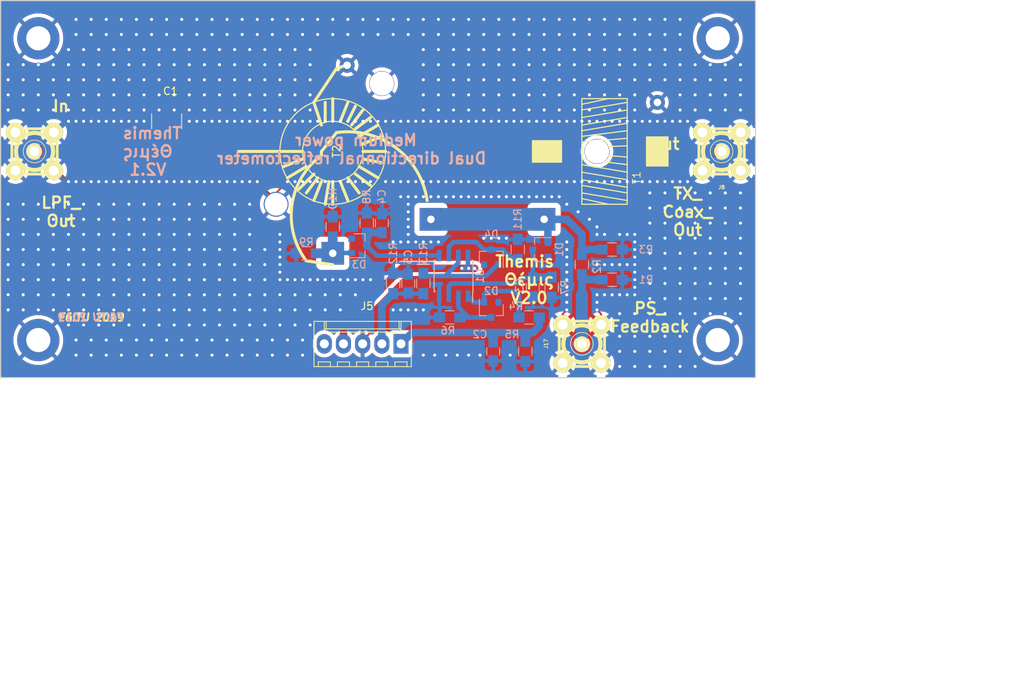
<source format=kicad_pcb>
(kicad_pcb (version 20221018) (generator pcbnew)
  (layers (0 "F.Cu" signal) (31 "B.Cu" signal) (34 "B.Paste" user) (35 "F.Paste" user) (36 "B.SilkS" user "B.Silkscreen") (37 "F.SilkS" user "F.Silkscreen") (38 "B.Mask" user) (39 "F.Mask" user) (44 "Edge.Cuts" user))
  (net 0 "")
  (net 1 "GND")
  (net 2 "Net-(C1-Pad2)")
  (net 3 "Net-(C2-Pad2)")
  (net 4 "Net-(C3-Pad1)")
  (net 5 "Net-(C4-Pad1)")
  (net 6 "Net-(C5-Pad2)")
  (net 7 "Net-(D1-Pad2)")
  (net 8 "Net-(D2-Pad1)")
  (net 9 "Net-(D2-Pad2)")
  (net 10 "Net-(D3-Pad2)")
  (net 11 "Net-(D4-Pad1)")
  (net 12 "Net-(D4-Pad2)")
  (net 13 "+12V")
  (net 14 "Net-(J8-Pad1)")
  (net 15 "Net-(J17-Pad1)")
  (footprint "ATC_B:ATC_500_HandSoldering" (layer "F.Cu") (at 112 101 -90)
    (fp_text reference "C1")
    (fp_text value "10p")
  )
  (footprint "Connectors_Molex:Molex_KK-6410-05_05x2.54mm_Straight" (layer "F.Cu") (at 143.04 130.5 180)
    (fp_text reference "J5")
    (fp_text value "Conn_01x05")
  )
  (footprint "SMA_PINS:SMA_PINS" (layer "F.Cu") (at 94.5 105)
    (fp_text reference "J7" hide)
    (fp_text value "SMA" hide)
  )
  (footprint "T50:TR_T50_V_smd" (layer "F.Cu") (at 170 105 90)
    (fp_text reference "T1")
    (fp_text value "Tr 1/33")
  )
  (footprint "MountingHole:MountingHole_3.2mm_M3_DIN965_Pad" (layer "F.Cu") (at 95 130)
    (fp_text reference "J10" hide)
    (fp_text value "Conn_01x01" hide)
  )
  (footprint "MountingHole:MountingHole_3.2mm_M3_DIN965_Pad" (layer "F.Cu") (at 185 130)
    (fp_text reference "J11" hide)
    (fp_text value "Conn_01x01" hide)
  )
  (footprint "MountingHole:MountingHole_3.2mm_M3_DIN965_Pad" (layer "F.Cu") (at 95 90)
    (fp_text reference "J12" hide)
    (fp_text value "Conn_01x01" hide)
  )
  (footprint "MountingHole:MountingHole_3.2mm_M3_DIN965_Pad" (layer "F.Cu") (at 185 90)
    (fp_text reference "J13" hide)
    (fp_text value "Conn_01x01" hide)
  )
  (footprint "T50:TR_T50_H_SMD" (layer "F.Cu") (at 134 105 90)
    (fp_text reference "T2")
    (fp_text value "Tr 33/1")
  )
  (footprint "MountingHole:MountingHole_3.2mm_M3_DIN965_Pad" (layer "F.Cu") (at 126.5 112)
    (fp_text reference "J20" hide)
    (fp_text value "Conn_01x01" hide)
  )
  (footprint "SMA_PINS:SMA_PINS" (layer "F.Cu") (at 185.5 105)
    (fp_text reference "J8")
    (fp_text value "SMA" hide)
  )
  (footprint "SMA_PINS:SMA_PINS" (layer "F.Cu") (at 167 130.5 -90)
    (fp_text reference "J17")
    (fp_text value "SMA" hide)
  )
  (footprint "MountingHole:MountingHole_3.2mm_M3_DIN965_Pad" (layer "F.Cu") (at 140.5 96)
    (fp_text reference "J18" hide)
    (fp_text value "Conn_01x01" hide)
  )
  (footprint "MountingHole:MountingHole_3.2mm_M3_DIN965_Pad" (layer "F.Cu") (at 169 105)
    (fp_text reference "J18" hide)
    (fp_text value "Conn_01x01" hide)
  )
  (footprint "Capacitors_SMD:C_0805_HandSoldering" (layer "B.Cu") (at 155.25 131.5 90)
    (fp_text reference "C2")
    (fp_text value "10n")
  )
  (footprint "Capacitors_SMD:C_0805_HandSoldering" (layer "B.Cu") (at 160.5 123 -90)
    (fp_text reference "C3")
    (fp_text value "10n")
  )
  (footprint "Capacitors_SMD:C_0805_HandSoldering" (layer "B.Cu") (at 140.5 114.5 90)
    (fp_text reference "C4")
    (fp_text value "10n")
  )
  (footprint "Capacitors_SMD:C_0805_HandSoldering" (layer "B.Cu") (at 144 122.5 -90)
    (fp_text reference "C5")
    (fp_text value "10n")
  )
  (footprint "Resistors_SMD:R_0805_HandSoldering" (layer "B.Cu") (at 171 122)
    (fp_text reference "R1")
    (fp_text value "53E")
  )
  (footprint "Resistors_SMD:R_0805_HandSoldering" (layer "B.Cu") (at 167 120 -90)
    (fp_text reference "R2")
    (fp_text value "806E")
  )
  (footprint "Resistors_SMD:R_0805_HandSoldering" (layer "B.Cu") (at 171 118)
    (fp_text reference "R3")
    (fp_text value "53E")
  )
  (footprint "Resistors_SMD:R_0805_HandSoldering" (layer "B.Cu") (at 160 127 180)
    (fp_text reference "R4")
    (fp_text value "1k")
  )
  (footprint "Resistors_SMD:R_0805_HandSoldering" (layer "B.Cu") (at 159.5 131.5 -90)
    (fp_text reference "R5")
    (fp_text value "1K8")
  )
  (footprint "Resistors_SMD:R_0805_HandSoldering" (layer "B.Cu") (at 149.5 127 180)
    (fp_text reference "R6")
    (fp_text value "220k")
  )
  (footprint "Resistors_SMD:R_0805_HandSoldering" (layer "B.Cu") (at 163 123 -90)
    (fp_text reference "R7")
    (fp_text value "100k")
  )
  (footprint "Resistors_SMD:R_0805_HandSoldering" (layer "B.Cu") (at 138.5 114.5 90)
    (fp_text reference "R8")
    (fp_text value "100k")
  )
  (footprint "Resistors_SMD:R_0805_HandSoldering" (layer "B.Cu") (at 130.5 118.5 180)
    (fp_text reference "R9")
    (fp_text value "100E")
  )
  (footprint "Resistors_SMD:R_0805_HandSoldering" (layer "B.Cu") (at 134 115 90)
    (fp_text reference "R10")
    (fp_text value "100E")
  )
  (footprint "Resistors_SMD:R_0805_HandSoldering" (layer "B.Cu") (at 158.5 118 90)
    (fp_text reference "R11")
    (fp_text value "220k")
  )
  (footprint "Resistors_SMD:R_0805_HandSoldering" (layer "B.Cu") (at 142 122.5 90)
    (fp_text reference "R12")
    (fp_text value "1K8")
  )
  (footprint "Resistors_SMD:R_0805_HandSoldering" (layer "B.Cu") (at 146 122.5 90)
    (fp_text reference "R13")
    (fp_text value "1k")
  )
  (footprint "Diodes_SMD:D_SOT-23_ANK" (layer "B.Cu") (at 161.5 118 180)
    (fp_text reference "D1")
    (fp_text value "BAT54")
  )
  (footprint "Diodes_SMD:D_SOT-23_ANK" (layer "B.Cu") (at 155 126 -90)
    (fp_text reference "D2")
    (fp_text value "BAT54")
  )
  (footprint "Diodes_SMD:D_SOT-23_ANK" (layer "B.Cu") (at 137.5 117.5)
    (fp_text reference "D3")
    (fp_text value "BAT54")
  )
  (footprint "Diodes_SMD:D_SOT-23_ANK" (layer "B.Cu") (at 155 119 90)
    (fp_text reference "D4")
    (fp_text value "BAT54")
  )
  (footprint "Package_SO:SOIC-8_3.9x4.9mm_P1.27mm" (layer "B.Cu") (at 150 121.5 90)
    (fp_text reference "U1")
    (fp_text value "LMC6482")
  )
  (gr_line (start 190 135) (end 90 135) (stroke (width 0.15)) (layer "Edge.Cuts"))
  (gr_line (start 90 85) (end 190 85) (stroke (width 0.15)) (layer "Edge.Cuts"))
  (gr_line (start 190 85) (end 190 135) (stroke (width 0.15)) (layer "Edge.Cuts"))
  (gr_line (start 90 135) (end 90 85) (stroke (width 0.15)) (layer "Edge.Cuts"))
  (gr_text "\nMedium power \nDual directionnal reflectometer" (at 136.5 103.5) (layer "B.SilkS") (effects (font (size 1.5 1.5) (thickness 0.3)) (justify mirror)))
  (gr_text "F6ITU 2019" (at 102 127) (layer "B.SilkS") (effects (font (size 1 1) (thickness 0.25) italic) (justify mirror)))
  (gr_text "Themis \nΘέμις\nV2.1" (at 109.5 105) (layer "B.SilkS") (effects (font (size 1.5 1.5) (thickness 0.3)) (justify mirror)))
  (gr_text "LPF_\nOut" (at 98 113) (layer "F.SilkS") (effects (font (size 1.5 1.5) (thickness 0.3))))
  (gr_text "In" (at 98 99) (layer "F.SilkS") (effects (font (size 1.5 1.5) (thickness 0.3))))
  (gr_text "Themis \nΘέμις\nV2.0" (at 160 122) (layer "F.SilkS") (effects (font (size 1.5 1.5) (thickness 0.3))))
  (gr_text "TX_\nCoax_\nOut" (at 181 113) (layer "F.SilkS") (effects (font (size 1.5 1.5) (thickness 0.3))))
  (gr_text "F6ITU 2019" (at 102 127) (layer "F.SilkS") (effects (font (size 1 1) (thickness 0.25) italic)))
  (gr_text "PS_\nFeedback" (at 176 127) (layer "F.SilkS") (effects (font (size 1.5 1.5) (thickness 0.3))))
  (gr_text "Out" (at 178 104) (layer "F.SilkS") (effects (font (size 1.5 1.5) (thickness 0.3))))
  (segment (start 137.96 130.04) (end 142 126) (width 0.25) (layer "F.Cu") (net 1))
  (segment (start 143 126) (end 144 126) (width 0.25) (layer "F.Cu") (net 1))
  (segment (start 145 126) (end 146 126) (width 0.25) (layer "F.Cu") (net 1))
  (segment (start 139 122) (end 138 122) (width 0.25) (layer "F.Cu") (net 1))
  (segment (start 137 122) (end 136 122) (width 0.25) (layer "F.Cu") (net 1))
  (segment (start 135 122) (end 134 122) (width 0.25) (layer "F.Cu") (net 1))
  (segment (start 133 122) (end 132 122) (width 0.25) (layer "F.Cu") (net 1))
  (segment (start 131 122) (end 130 122) (width 0.25) (layer "F.Cu") (net 1))
  (segment (start 129 122) (end 128 122) (width 0.25) (layer "F.Cu") (net 1))
  (segment (start 127 122) (end 127 121) (width 0.25) (layer "F.Cu") (net 1))
  (segment (start 127 120) (end 127 119) (width 0.25) (layer "F.Cu") (net 1))
  (segment (start 127 118) (end 127 117) (width 0.25) (layer "F.Cu") (net 1))
  (segment (start 143 111) (end 144 111) (width 0.25) (layer "F.Cu") (net 1))
  (segment (start 145 111) (end 146 111) (width 0.25) (layer "F.Cu") (net 1))
  (segment (start 147 111) (end 148 111) (width 0.25) (layer "F.Cu") (net 1))
  (segment (start 149 111) (end 150 111) (width 0.25) (layer "F.Cu") (net 1))
  (segment (start 151 111) (end 152 111) (width 0.25) (layer "F.Cu") (net 1))
  (segment (start 153 111) (end 154 111) (width 0.25) (layer "F.Cu") (net 1))
  (segment (start 155 111) (end 156 111) (width 0.25) (layer "F.Cu") (net 1))
  (segment (start 157 111) (end 158 111) (width 0.25) (layer "F.Cu") (net 1))
  (segment (start 159 111) (end 160 111) (width 0.25) (layer "F.Cu") (net 1))
  (segment (start 161 111) (end 162 111) (width 0.25) (layer "F.Cu") (net 1))
  (segment (start 163 111) (end 164 111) (width 0.25) (layer "F.Cu") (net 1))
  (segment (start 165 112) (end 166 113) (width 0.25) (layer "F.Cu") (net 1))
  (segment (start 166 113) (end 166.5 113) (width 0.25) (layer "F.Cu") (net 1))
  (segment (start 168 114) (end 169 115) (width 0.25) (layer "F.Cu") (net 1))
  (segment (start 169 116) (end 170 116) (width 0.25) (layer "F.Cu") (net 1))
  (segment (start 172 116) (end 173 116) (width 0.25) (layer "F.Cu") (net 1))
  (segment (start 174 116) (end 174 117) (width 0.25) (layer "F.Cu") (net 1))
  (segment (start 174 118) (end 174 119) (width 0.25) (layer "F.Cu") (net 1))
  (segment (start 174 120) (end 173 120) (width 0.25) (layer "F.Cu") (net 1))
  (segment (start 172 120) (end 172.35 119.65) (width 0.25) (layer "F.Cu") (net 1))
  (segment (start 172.35 119.65) (end 172.35 118) (width 0.25) (layer "F.Cu") (net 1))
  (segment (start 170 120) (end 169 120) (width 0.25) (layer "F.Cu") (net 1))
  (segment (start 174 121) (end 174 122) (width 0.25) (layer "F.Cu") (net 1))
  (segment (start 174 123) (end 174 124) (width 0.25) (layer "F.Cu") (net 1))
  (segment (start 173 124) (end 172 124) (width 0.25) (layer "F.Cu") (net 1))
  (segment (start 171 124) (end 170 124) (width 0.25) (layer "F.Cu") (net 1))
  (segment (start 169 124) (end 169 125) (width 0.25) (layer "F.Cu") (net 1))
  (segment (start 169 126) (end 169.54 126.54) (width 0.25) (layer "F.Cu") (net 1))
  (segment (start 169.54 126.54) (end 169.54 127.96) (width 0.25) (layer "F.Cu") (net 1))
  (segment (start 164.46 126.54) (end 165 126) (width 0.25) (layer "F.Cu") (net 1))
  (segment (start 165 125) (end 165 124) (width 0.25) (layer "F.Cu") (net 1))
  (segment (start 165 123) (end 165 122) (width 0.25) (layer "F.Cu") (net 1))
  (segment (start 165 121) (end 165 120) (width 0.25) (layer "F.Cu") (net 1))
  (segment (start 165 119) (end 165 118) (width 0.25) (layer "F.Cu") (net 1))
  (segment (start 144 113) (end 144 114) (width 0.25) (layer "F.Cu") (net 1))
  (segment (start 144 115) (end 144 116) (width 0.25) (layer "F.Cu") (net 1))
  (segment (start 146 117) (end 147 117) (width 0.25) (layer "F.Cu") (net 1))
  (segment (start 181 101) (end 180 101) (width 0.25) (layer "F.Cu") (net 1))
  (segment (start 179 101) (end 178 101) (width 0.25) (layer "F.Cu") (net 1))
  (segment (start 177 101) (end 176 101) (width 0.25) (layer "F.Cu") (net 1))
  (segment (start 175 101) (end 174 101) (width 0.25) (layer "F.Cu") (net 1))
  (segment (start 173 101) (end 172 101) (width 0.25) (layer "F.Cu") (net 1))
  (segment (start 171 101) (end 170 101) (width 0.25) (layer "F.Cu") (net 1))
  (segment (start 169 101) (end 168 101) (width 0.25) (layer "F.Cu") (net 1))
  (segment (start 167 101) (end 166 101) (width 0.25) (layer "F.Cu") (net 1))
  (segment (start 165 101) (end 164 101) (width 0.25) (layer "F.Cu") (net 1))
  (segment (start 163 101) (end 162 101) (width 0.25) (layer "F.Cu") (net 1))
  (segment (start 161 101) (end 160 101) (width 0.25) (layer "F.Cu") (net 1))
  (segment (start 159 101) (end 158 101) (width 0.25) (layer "F.Cu") (net 1))
  (segment (start 157 101) (end 156 101) (width 0.25) (layer "F.Cu") (net 1))
  (segment (start 155 101) (end 154 101) (width 0.25) (layer "F.Cu") (net 1))
  (segment (start 153 101) (end 152 101) (width 0.25) (layer "F.Cu") (net 1))
  (segment (start 151 101) (end 150 101) (width 0.25) (layer "F.Cu") (net 1))
  (segment (start 149 101) (end 148 101) (width 0.25) (layer "F.Cu") (net 1))
  (segment (start 147 101) (end 146 101) (width 0.25) (layer "F.Cu") (net 1))
  (segment (start 145 101) (end 144 101) (width 0.25) (layer "F.Cu") (net 1))
  (segment (start 143 101) (end 142 101) (width 0.25) (layer "F.Cu") (net 1))
  (segment (start 141 101) (end 140 101) (width 0.25) (layer "F.Cu") (net 1))
  (segment (start 139 101) (end 138 101) (width 0.25) (layer "F.Cu") (net 1))
  (segment (start 137 101) (end 136 101) (width 0.25) (layer "F.Cu") (net 1))
  (segment (start 135 101) (end 134 101) (width 0.25) (layer "F.Cu") (net 1))
  (segment (start 133 101) (end 132 101) (width 0.25) (layer "F.Cu") (net 1))
  (segment (start 131 101) (end 130 101) (width 0.25) (layer "F.Cu") (net 1))
  (segment (start 129 101) (end 128 101) (width 0.25) (layer "F.Cu") (net 1))
  (segment (start 127 101) (end 126 101) (width 0.25) (layer "F.Cu") (net 1))
  (segment (start 125 101) (end 124 101) (width 0.25) (layer "F.Cu") (net 1))
  (segment (start 123 101) (end 122 101) (width 0.25) (layer "F.Cu") (net 1))
  (segment (start 121 101) (end 120 101) (width 0.25) (layer "F.Cu") (net 1))
  (segment (start 119 101) (end 118 101) (width 0.25) (layer "F.Cu") (net 1))
  (segment (start 117 101) (end 116 101) (width 0.25) (layer "F.Cu") (net 1))
  (segment (start 114 101) (end 112 99) (width 0.25) (layer "F.Cu") (net 1))
  (segment (start 111 99) (end 109 101) (width 0.25) (layer "F.Cu") (net 1))
  (segment (start 108 101) (end 107 101) (width 0.25) (layer "F.Cu") (net 1))
  (segment (start 106 101) (end 105 101) (width 0.25) (layer "F.Cu") (net 1))
  (segment (start 104 101) (end 103 101) (width 0.25) (layer "F.Cu") (net 1))
  (segment (start 102 101) (end 101 101) (width 0.25) (layer "F.Cu") (net 1))
  (segment (start 100 101) (end 99 101) (width 0.25) (layer "F.Cu") (net 1))
  (segment (start 181 109) (end 180 109) (width 0.25) (layer "F.Cu") (net 1))
  (segment (start 179 109) (end 178 109) (width 0.25) (layer "F.Cu") (net 1))
  (segment (start 177 109) (end 176 109) (width 0.25) (layer "F.Cu") (net 1))
  (segment (start 175 109) (end 174 109) (width 0.25) (layer "F.Cu") (net 1))
  (segment (start 173 109) (end 172 109) (width 0.25) (layer "F.Cu") (net 1))
  (segment (start 171 109) (end 170 109) (width 0.25) (layer "F.Cu") (net 1))
  (segment (start 169 109) (end 168 109) (width 0.25) (layer "F.Cu") (net 1))
  (segment (start 167 109) (end 166 109) (width 0.25) (layer "F.Cu") (net 1))
  (segment (start 165 109) (end 164 109) (width 0.25) (layer "F.Cu") (net 1))
  (segment (start 163 109) (end 162 109) (width 0.25) (layer "F.Cu") (net 1))
  (segment (start 161 109) (end 160 109) (width 0.25) (layer "F.Cu") (net 1))
  (segment (start 159 109) (end 158 109) (width 0.25) (layer "F.Cu") (net 1))
  (segment (start 157 109) (end 156 109) (width 0.25) (layer "F.Cu") (net 1))
  (segment (start 155 109) (end 154 109) (width 0.25) (layer "F.Cu") (net 1))
  (segment (start 153 109) (end 152 109) (width 0.25) (layer "F.Cu") (net 1))
  (segment (start 151 109) (end 150 109) (width 0.25) (layer "F.Cu") (net 1))
  (segment (start 149 109) (end 148 109) (width 0.25) (layer "F.Cu") (net 1))
  (segment (start 147 109) (end 146 109) (width 0.25) (layer "F.Cu") (net 1))
  (segment (start 145 109) (end 144 109) (width 0.25) (layer "F.Cu") (net 1))
  (segment (start 143 109) (end 142 109) (width 0.25) (layer "F.Cu") (net 1))
  (segment (start 134 109) (end 133 109) (width 0.25) (layer "F.Cu") (net 1))
  (segment (start 132 109) (end 131 109) (width 0.25) (layer "F.Cu") (net 1))
  (segment (start 130 109) (end 129 109) (width 0.25) (layer "F.Cu") (net 1))
  (segment (start 128 109) (end 126.5 110.5) (width 0.25) (layer "F.Cu") (net 1))
  (segment (start 126.5 110.5) (end 126.5 112) (width 0.25) (layer "F.Cu") (net 1))
  (segment (start 126.5 111.5) (end 124 109) (width 0.25) (layer "F.Cu") (net 1))
  (segment (start 123 109) (end 122 109) (width 0.25) (layer "F.Cu") (net 1))
  (segment (start 121 109) (end 120 109) (width 0.25) (layer "F.Cu") (net 1))
  (segment (start 119 109) (end 118 109) (width 0.25) (layer "F.Cu") (net 1))
  (segment (start 117 109) (end 116 109) (width 0.25) (layer "F.Cu") (net 1))
  (segment (start 115 109) (end 114 109) (width 0.25) (layer "F.Cu") (net 1))
  (segment (start 113 109) (end 112 109) (width 0.25) (layer "F.Cu") (net 1))
  (segment (start 111 109) (end 110 109) (width 0.25) (layer "F.Cu") (net 1))
  (segment (start 109 109) (end 108 109) (width 0.25) (layer "F.Cu") (net 1))
  (segment (start 107 109) (end 106 109) (width 0.25) (layer "F.Cu") (net 1))
  (segment (start 105 109) (end 104 109) (width 0.25) (layer "F.Cu") (net 1))
  (segment (start 103 109) (end 102 109) (width 0.25) (layer "F.Cu") (net 1))
  (segment (start 101 109) (end 100 109) (width 0.25) (layer "F.Cu") (net 1))
  (segment (start 99 109) (end 97.54 107.54) (width 0.25) (layer "F.Cu") (net 1))
  (segment (start 97.54 107.54) (end 97.04 107.54) (width 0.25) (layer "F.Cu") (net 1))
  (segment (start 157 116.5) (end 156 116.5) (width 0.25) (layer "F.Cu") (net 1))
  (segment (start 155 116.5) (end 154 116.5) (width 0.25) (layer "F.Cu") (net 1))
  (segment (start 137.96 130.5) (end 137.96 130.04) (width 0.25) (layer "F.Cu") (net 1))
  (segment (start 126.5 112) (end 126.5 111.5) (width 0.25) (layer "F.Cu") (net 1))
  (segment (start 144 117) (end 145 117) (width 0.25) (layer "F.Cu") (net 1))
  (segment (start 144 111) (end 144 112) (width 0.25) (layer "F.Cu") (net 1))
  (segment (start 112 99) (end 111 99) (width 0.25) (layer "F.Cu") (net 1))
  (segment (start 164.46 127.96) (end 164.46 126.54) (width 0.25) (layer "F.Cu") (net 1))
  (segment (start 136.999996 109) (end 138.00001 109) (width 0.25) (layer "F.Cu") (net 1))
  (segment (start 115 101) (end 114 101) (width 0.25) (layer "F.Cu") (net 1))
  (segment (start 141 109) (end 139.000006 109) (width 0.25) (layer "F.Cu") (net 1))
  (segment (start 144 117) (end 143 117) (width 0.25) (layer "F.Cu") (net 1))
  (segment (start 136 109) (end 135 109) (width 0.25) (layer "F.Cu") (net 1))
  (segment (start 172 120) (end 171 120) (width 0.25) (layer "F.Cu") (net 1))
  (via (at 102 87.5) (size 0.6) (drill 0.4) (layers "F.Cu" "B.Cu") (net 1))
  (via (at 104 87.5) (size 0.6) (drill 0.4) (layers "F.Cu" "B.Cu") (net 1))
  (via (at 106 87.5) (size 0.6) (drill 0.4) (layers "F.Cu" "B.Cu") (net 1))
  (via (at 108 87.5) (size 0.6) (drill 0.4) (layers "F.Cu" "B.Cu") (net 1))
  (via (at 110 87.5) (size 0.6) (drill 0.4) (layers "F.Cu" "B.Cu") (net 1))
  (via (at 112 87.5) (size 0.6) (drill 0.4) (layers "F.Cu" "B.Cu") (net 1))
  (via (at 114 87.5) (size 0.6) (drill 0.4) (layers "F.Cu" "B.Cu") (net 1))
  (via (at 116 87.5) (size 0.6) (drill 0.4) (layers "F.Cu" "B.Cu") (net 1))
  (via (at 118 87.5) (size 0.6) (drill 0.4) (layers "F.Cu" "B.Cu") (net 1))
  (via (at 120 87.5) (size 0.6) (drill 0.4) (layers "F.Cu" "B.Cu") (net 1))
  (via (at 122 87.5) (size 0.6) (drill 0.4) (layers "F.Cu" "B.Cu") (net 1))
  (via (at 124 87.5) (size 0.6) (drill 0.4) (layers "F.Cu" "B.Cu") (net 1))
  (via (at 126 87.5) (size 0.6) (drill 0.4) (layers "F.Cu" "B.Cu") (net 1))
  (via (at 128 87.5) (size 0.6) (drill 0.4) (layers "F.Cu" "B.Cu") (net 1))
  (via (at 130 87.5) (size 0.6) (drill 0.4) (layers "F.Cu" "B.Cu") (net 1))
  (via (at 132 87.5) (size 0.6) (drill 0.4) (layers "F.Cu" "B.Cu") (net 1))
  (via (at 134 87.5) (size 0.6) (drill 0.4) (layers "F.Cu" "B.Cu") (net 1))
  (via (at 136 87.5) (size 0.6) (drill 0.4) (layers "F.Cu" "B.Cu") (net 1))
  (via (at 138 87.5) (size 0.6) (drill 0.4) (layers "F.Cu" "B.Cu") (net 1))
  (via (at 140 87.5) (size 0.6) (drill 0.4) (layers "F.Cu" "B.Cu") (net 1))
  (via (at 142 87.5) (size 0.6) (drill 0.4) (layers "F.Cu" "B.Cu") (net 1))
  (via (at 144 87.5) (size 0.6) (drill 0.4) (layers "F.Cu" "B.Cu") (net 1))
  (via (at 146 87.5) (size 0.6) (drill 0.4) (layers "F.Cu" "B.Cu") (net 1))
  (via (at 148 87.5) (size 0.6) (drill 0.4) (layers "F.Cu" "B.Cu") (net 1))
  (via (at 150 87.5) (size 0.6) (drill 0.4) (layers "F.Cu" "B.Cu") (net 1))
  (via (at 152 87.5) (size 0.6) (drill 0.4) (layers "F.Cu" "B.Cu") (net 1))
  (via (at 154 87.5) (size 0.6) (drill 0.4) (layers "F.Cu" "B.Cu") (net 1))
  (via (at 156 87.5) (size 0.6) (drill 0.4) (layers "F.Cu" "B.Cu") (net 1))
  (via (at 158 87.5) (size 0.6) (drill 0.4) (layers "F.Cu" "B.Cu") (net 1))
  (via (at 160 87.5) (size 0.6) (drill 0.4) (layers "F.Cu" "B.Cu") (net 1))
  (via (at 162 87.5) (size 0.6) (drill 0.4) (layers "F.Cu" "B.Cu") (net 1))
  (via (at 164 87.5) (size 0.6) (drill 0.4) (layers "F.Cu" "B.Cu") (net 1))
  (via (at 166 87.5) (size 0.6) (drill 0.4) (layers "F.Cu" "B.Cu") (net 1))
  (via (at 168 87.5) (size 0.6) (drill 0.4) (layers "F.Cu" "B.Cu") (net 1))
  (via (at 170 87.5) (size 0.6) (drill 0.4) (layers "F.Cu" "B.Cu") (net 1))
  (via (at 172 87.5) (size 0.6) (drill 0.4) (layers "F.Cu" "B.Cu") (net 1))
  (via (at 174 87.5) (size 0.6) (drill 0.4) (layers "F.Cu" "B.Cu") (net 1))
  (via (at 176 87.5) (size 0.6) (drill 0.4) (layers "F.Cu" "B.Cu") (net 1))
  (via (at 178 87.5) (size 0.6) (drill 0.4) (layers "F.Cu" "B.Cu") (net 1))
  (via (at 100 89.5) (size 0.6) (drill 0.4) (layers "F.Cu" "B.Cu") (net 1))
  (via (at 102 89.5) (size 0.6) (drill 0.4) (layers "F.Cu" "B.Cu") (net 1))
  (via (at 104 89.5) (size 0.6) (drill 0.4) (layers "F.Cu" "B.Cu") (net 1))
  (via (at 106 89.5) (size 0.6) (drill 0.4) (layers "F.Cu" "B.Cu") (net 1))
  (via (at 108 89.5) (size 0.6) (drill 0.4) (layers "F.Cu" "B.Cu") (net 1))
  (via (at 110 89.5) (size 0.6) (drill 0.4) (layers "F.Cu" "B.Cu") (net 1))
  (via (at 112 89.5) (size 0.6) (drill 0.4) (layers "F.Cu" "B.Cu") (net 1))
  (via (at 114 89.5) (size 0.6) (drill 0.4) (layers "F.Cu" "B.Cu") (net 1))
  (via (at 116 89.5) (size 0.6) (drill 0.4) (layers "F.Cu" "B.Cu") (net 1))
  (via (at 118 89.5) (size 0.6) (drill 0.4) (layers "F.Cu" "B.Cu") (net 1))
  (via (at 120 89.5) (size 0.6) (drill 0.4) (layers "F.Cu" "B.Cu") (net 1))
  (via (at 122 89.5) (size 0.6) (drill 0.4) (layers "F.Cu" "B.Cu") (net 1))
  (via (at 124 89.5) (size 0.6) (drill 0.4) (layers "F.Cu" "B.Cu") (net 1))
  (via (at 126 89.5) (size 0.6) (drill 0.4) (layers "F.Cu" "B.Cu") (net 1))
  (via (at 128 89.5) (size 0.6) (drill 0.4) (layers "F.Cu" "B.Cu") (net 1))
  (via (at 130 89.5) (size 0.6) (drill 0.4) (layers "F.Cu" "B.Cu") (net 1))
  (via (at 132 89.5) (size 0.6) (drill 0.4) (layers "F.Cu" "B.Cu") (net 1))
  (via (at 134 89.5) (size 0.6) (drill 0.4) (layers "F.Cu" "B.Cu") (net 1))
  (via (at 136 89.5) (size 0.6) (drill 0.4) (layers "F.Cu" "B.Cu") (net 1))
  (via (at 138 89.5) (size 0.6) (drill 0.4) (layers "F.Cu" "B.Cu") (net 1))
  (via (at 140 89.5) (size 0.6) (drill 0.4) (layers "F.Cu" "B.Cu") (net 1))
  (via (at 142 89.5) (size 0.6) (drill 0.4) (layers "F.Cu" "B.Cu") (net 1))
  (via (at 144 89.5) (size 0.6) (drill 0.4) (layers "F.Cu" "B.Cu") (net 1))
  (via (at 146 89.5) (size 0.6) (drill 0.4) (layers "F.Cu" "B.Cu") (net 1))
  (via (at 148 89.5) (size 0.6) (drill 0.4) (layers "F.Cu" "B.Cu") (net 1))
  (via (at 150 89.5) (size 0.6) (drill 0.4) (layers "F.Cu" "B.Cu") (net 1))
  (via (at 152 89.5) (size 0.6) (drill 0.4) (layers "F.Cu" "B.Cu") (net 1))
  (via (at 154 89.5) (size 0.6) (drill 0.4) (layers "F.Cu" "B.Cu") (net 1))
  (via (at 156 89.5) (size 0.6) (drill 0.4) (layers "F.Cu" "B.Cu") (net 1))
  (via (at 158 89.5) (size 0.6) (drill 0.4) (layers "F.Cu" "B.Cu") (net 1))
  (via (at 160 89.5) (size 0.6) (drill 0.4) (layers "F.Cu" "B.Cu") (net 1))
  (via (at 162 89.5) (size 0.6) (drill 0.4) (layers "F.Cu" "B.Cu") (net 1))
  (via (at 164 89.5) (size 0.6) (drill 0.4) (layers "F.Cu" "B.Cu") (net 1))
  (via (at 166 89.5) (size 0.6) (drill 0.4) (layers "F.Cu" "B.Cu") (net 1))
  (via (at 168 89.5) (size 0.6) (drill 0.4) (layers "F.Cu" "B.Cu") (net 1))
  (via (at 170 89.5) (size 0.6) (drill 0.4) (layers "F.Cu" "B.Cu") (net 1))
  (via (at 172 89.5) (size 0.6) (drill 0.4) (layers "F.Cu" "B.Cu") (net 1))
  (via (at 174 89.5) (size 0.6) (drill 0.4) (layers "F.Cu" "B.Cu") (net 1))
  (via (at 176 89.5) (size 0.6) (drill 0.4) (layers "F.Cu" "B.Cu") (net 1))
  (via (at 178 89.5) (size 0.6) (drill 0.4) (layers "F.Cu" "B.Cu") (net 1))
  (via (at 102 130) (size 0.6) (drill 0.4) (layers "F.Cu" "B.Cu") (net 1))
  (via (at 104 130) (size 0.6) (drill 0.4) (layers "F.Cu" "B.Cu") (net 1))
  (via (at 106 130) (size 0.6) (drill 0.4) (layers "F.Cu" "B.Cu") (net 1))
  (via (at 108 130) (size 0.6) (drill 0.4) (layers "F.Cu" "B.Cu") (net 1))
  (via (at 110 130) (size 0.6) (drill 0.4) (layers "F.Cu" "B.Cu") (net 1))
  (via (at 112 130) (size 0.6) (drill 0.4) (layers "F.Cu" "B.Cu") (net 1))
  (via (at 114 130) (size 0.6) (drill 0.4) (layers "F.Cu" "B.Cu") (net 1))
  (via (at 116 130) (size 0.6) (drill 0.4) (layers "F.Cu" "B.Cu") (net 1))
  (via (at 118 130) (size 0.6) (drill 0.4) (layers "F.Cu" "B.Cu") (net 1))
  (via (at 120 130) (size 0.6) (drill 0.4) (layers "F.Cu" "B.Cu") (net 1))
  (via (at 122 130) (size 0.6) (drill 0.4) (layers "F.Cu" "B.Cu") (net 1))
  (via (at 124 130) (size 0.6) (drill 0.4) (layers "F.Cu" "B.Cu") (net 1))
  (via (at 126 130) (size 0.6) (drill 0.4) (layers "F.Cu" "B.Cu") (net 1))
  (via (at 128 130) (size 0.6) (drill 0.4) (layers "F.Cu" "B.Cu") (net 1))
  (via (at 130 130) (size 0.6) (drill 0.4) (layers "F.Cu" "B.Cu") (net 1))
  (via (at 100 132) (size 0.6) (drill 0.4) (layers "F.Cu" "B.Cu") (net 1))
  (via (at 102 132) (size 0.6) (drill 0.4) (layers "F.Cu" "B.Cu") (net 1))
  (via (at 104 132) (size 0.6) (drill 0.4) (layers "F.Cu" "B.Cu") (net 1))
  (via (at 106 132) (size 0.6) (drill 0.4) (layers "F.Cu" "B.Cu") (net 1))
  (via (at 108 132) (size 0.6) (drill 0.4) (layers "F.Cu" "B.Cu") (net 1))
  (via (at 110 132) (size 0.6) (drill 0.4) (layers "F.Cu" "B.Cu") (net 1))
  (via (at 112 132) (size 0.6) (drill 0.4) (layers "F.Cu" "B.Cu") (net 1))
  (via (at 114 132) (size 0.6) (drill 0.4) (layers "F.Cu" "B.Cu") (net 1))
  (via (at 116 132) (size 0.6) (drill 0.4) (layers "F.Cu" "B.Cu") (net 1))
  (via (at 118 132) (size 0.6) (drill 0.4) (layers "F.Cu" "B.Cu") (net 1))
  (via (at 120 132) (size 0.6) (drill 0.4) (layers "F.Cu" "B.Cu") (net 1))
  (via (at 122 132) (size 0.6) (drill 0.4) (layers "F.Cu" "B.Cu") (net 1))
  (via (at 124 132) (size 0.6) (drill 0.4) (layers "F.Cu" "B.Cu") (net 1))
  (via (at 126 132) (size 0.6) (drill 0.4) (layers "F.Cu" "B.Cu") (net 1))
  (via (at 128 132) (size 0.6) (drill 0.4) (layers "F.Cu" "B.Cu") (net 1))
  (via (at 130 132) (size 0.6) (drill 0.4) (layers "F.Cu" "B.Cu") (net 1))
  (via (at 146 91.5) (size 0.6) (drill 0.4) (layers "F.Cu" "B.Cu") (net 1))
  (via (at 148 91.5) (size 0.6) (drill 0.4) (layers "F.Cu" "B.Cu") (net 1))
  (via (at 150 91.5) (size 0.6) (drill 0.4) (layers "F.Cu" "B.Cu") (net 1))
  (via (at 152 91.5) (size 0.6) (drill 0.4) (layers "F.Cu" "B.Cu") (net 1))
  (via (at 154 91.5) (size 0.6) (drill 0.4) (layers "F.Cu" "B.Cu") (net 1))
  (via (at 156 91.5) (size 0.6) (drill 0.4) (layers "F.Cu" "B.Cu") (net 1))
  (via (at 158 91.5) (size 0.6) (drill 0.4) (layers "F.Cu" "B.Cu") (net 1))
  (via (at 160 91.5) (size 0.6) (drill 0.4) (layers "F.Cu" "B.Cu") (net 1))
  (via (at 162 91.5) (size 0.6) (drill 0.4) (layers "F.Cu" "B.Cu") (net 1))
  (via (at 164 91.5) (size 0.6) (drill 0.4) (layers "F.Cu" "B.Cu") (net 1))
  (via (at 166 91.5) (size 0.6) (drill 0.4) (layers "F.Cu" "B.Cu") (net 1))
  (via (at 168 91.5) (size 0.6) (drill 0.4) (layers "F.Cu" "B.Cu") (net 1))
  (via (at 170 91.5) (size 0.6) (drill 0.4) (layers "F.Cu" "B.Cu") (net 1))
  (via (at 172 91.5) (size 0.6) (drill 0.4) (layers "F.Cu" "B.Cu") (net 1))
  (via (at 174 91.5) (size 0.6) (drill 0.4) (layers "F.Cu" "B.Cu") (net 1))
  (via (at 146 93.5) (size 0.6) (drill 0.4) (layers "F.Cu" "B.Cu") (net 1))
  (via (at 148 93.5) (size 0.6) (drill 0.4) (layers "F.Cu" "B.Cu") (net 1))
  (via (at 150 93.5) (size 0.6) (drill 0.4) (layers "F.Cu" "B.Cu") (net 1))
  (via (at 152 93.5) (size 0.6) (drill 0.4) (layers "F.Cu" "B.Cu") (net 1))
  (via (at 154 93.5) (size 0.6) (drill 0.4) (layers "F.Cu" "B.Cu") (net 1))
  (via (at 156 93.5) (size 0.6) (drill 0.4) (layers "F.Cu" "B.Cu") (net 1))
  (via (at 158 93.5) (size 0.6) (drill 0.4) (layers "F.Cu" "B.Cu") (net 1))
  (via (at 160 93.5) (size 0.6) (drill 0.4) (layers "F.Cu" "B.Cu") (net 1))
  (via (at 162 93.5) (size 0.6) (drill 0.4) (layers "F.Cu" "B.Cu") (net 1))
  (via (at 164 93.5) (size 0.6) (drill 0.4) (layers "F.Cu" "B.Cu") (net 1))
  (via (at 166 93.5) (size 0.6) (drill 0.4) (layers "F.Cu" "B.Cu") (net 1))
  (via (at 168 93.5) (size 0.6) (drill 0.4) (layers "F.Cu" "B.Cu") (net 1))
  (via (at 170 93.5) (size 0.6) (drill 0.4) (layers "F.Cu" "B.Cu") (net 1))
  (via (at 172 93.5) (size 0.6) (drill 0.4) (layers "F.Cu" "B.Cu") (net 1))
  (via (at 174 93.5) (size 0.6) (drill 0.4) (layers "F.Cu" "B.Cu") (net 1))
  (via (at 146 95.5) (size 0.6) (drill 0.4) (layers "F.Cu" "B.Cu") (net 1))
  (via (at 148 95.5) (size 0.6) (drill 0.4) (layers "F.Cu" "B.Cu") (net 1))
  (via (at 150 95.5) (size 0.6) (drill 0.4) (layers "F.Cu" "B.Cu") (net 1))
  (via (at 152 95.5) (size 0.6) (drill 0.4) (layers "F.Cu" "B.Cu") (net 1))
  (via (at 154 95.5) (size 0.6) (drill 0.4) (layers "F.Cu" "B.Cu") (net 1))
  (via (at 156 95.5) (size 0.6) (drill 0.4) (layers "F.Cu" "B.Cu") (net 1))
  (via (at 158 95.5) (size 0.6) (drill 0.4) (layers "F.Cu" "B.Cu") (net 1))
  (via (at 160 95.5) (size 0.6) (drill 0.4) (layers "F.Cu" "B.Cu") (net 1))
  (via (at 162 95.5) (size 0.6) (drill 0.4) (layers "F.Cu" "B.Cu") (net 1))
  (via (at 164 95.5) (size 0.6) (drill 0.4) (layers "F.Cu" "B.Cu") (net 1))
  (via (at 166 95.5) (size 0.6) (drill 0.4) (layers "F.Cu" "B.Cu") (net 1))
  (via (at 168 95.5) (size 0.6) (drill 0.4) (layers "F.Cu" "B.Cu") (net 1))
  (via (at 170 95.5) (size 0.6) (drill 0.4) (layers "F.Cu" "B.Cu") (net 1))
  (via (at 172 95.5) (size 0.6) (drill 0.4) (layers "F.Cu" "B.Cu") (net 1))
  (via (at 174 95.5) (size 0.6) (drill 0.4) (layers "F.Cu" "B.Cu") (net 1))
  (via (at 146 97.5) (size 0.6) (drill 0.4) (layers "F.Cu" "B.Cu") (net 1))
  (via (at 148 97.5) (size 0.6) (drill 0.4) (layers "F.Cu" "B.Cu") (net 1))
  (via (at 150 97.5) (size 0.6) (drill 0.4) (layers "F.Cu" "B.Cu") (net 1))
  (via (at 152 97.5) (size 0.6) (drill 0.4) (layers "F.Cu" "B.Cu") (net 1))
  (via (at 154 97.5) (size 0.6) (drill 0.4) (layers "F.Cu" "B.Cu") (net 1))
  (via (at 156 97.5) (size 0.6) (drill 0.4) (layers "F.Cu" "B.Cu") (net 1))
  (via (at 158 97.5) (size 0.6) (drill 0.4) (layers "F.Cu" "B.Cu") (net 1))
  (via (at 160 97.5) (size 0.6) (drill 0.4) (layers "F.Cu" "B.Cu") (net 1))
  (via (at 162 97.5) (size 0.6) (drill 0.4) (layers "F.Cu" "B.Cu") (net 1))
  (via (at 164 97.5) (size 0.6) (drill 0.4) (layers "F.Cu" "B.Cu") (net 1))
  (via (at 166 97.5) (size 0.6) (drill 0.4) (layers "F.Cu" "B.Cu") (net 1))
  (via (at 168 97.5) (size 0.6) (drill 0.4) (layers "F.Cu" "B.Cu") (net 1))
  (via (at 170 97.5) (size 0.6) (drill 0.4) (layers "F.Cu" "B.Cu") (net 1))
  (via (at 172 97.5) (size 0.6) (drill 0.4) (layers "F.Cu" "B.Cu") (net 1))
  (via (at 174 97.5) (size 0.6) (drill 0.4) (layers "F.Cu" "B.Cu") (net 1))
  (via (at 146 99.5) (size 0.6) (drill 0.4) (layers "F.Cu" "B.Cu") (net 1))
  (via (at 148 99.5) (size 0.6) (drill 0.4) (layers "F.Cu" "B.Cu") (net 1))
  (via (at 150 99.5) (size 0.6) (drill 0.4) (layers "F.Cu" "B.Cu") (net 1))
  (via (at 152 99.5) (size 0.6) (drill 0.4) (layers "F.Cu" "B.Cu") (net 1))
  (via (at 154 99.5) (size 0.6) (drill 0.4) (layers "F.Cu" "B.Cu") (net 1))
  (via (at 156 99.5) (size 0.6) (drill 0.4) (layers "F.Cu" "B.Cu") (net 1))
  (via (at 158 99.5) (size 0.6) (drill 0.4) (layers "F.Cu" "B.Cu") (net 1))
  (via (at 160 99.5) (size 0.6) (drill 0.4) (layers "F.Cu" "B.Cu") (net 1))
  (via (at 162 99.5) (size 0.6) (drill 0.4) (layers "F.Cu" "B.Cu") (net 1))
  (via (at 164 99.5) (size 0.6) (drill 0.4) (layers "F.Cu" "B.Cu") (net 1))
  (via (at 166 99.5) (size 0.6) (drill 0.4) (layers "F.Cu" "B.Cu") (net 1))
  (via (at 168 99.5) (size 0.6) (drill 0.4) (layers "F.Cu" "B.Cu") (net 1))
  (via (at 170 99.5) (size 0.6) (drill 0.4) (layers "F.Cu" "B.Cu") (net 1))
  (via (at 172 99.5) (size 0.6) (drill 0.4) (layers "F.Cu" "B.Cu") (net 1))
  (via (at 174 99.5) (size 0.6) (drill 0.4) (layers "F.Cu" "B.Cu") (net 1))
  (via (at 178 110.5) (size 0.6) (drill 0.4) (layers "F.Cu" "B.Cu") (net 1))
  (via (at 180 110.5) (size 0.6) (drill 0.4) (layers "F.Cu" "B.Cu") (net 1))
  (via (at 182 110.5) (size 0.6) (drill 0.4) (layers "F.Cu" "B.Cu") (net 1))
  (via (at 184 110.5) (size 0.6) (drill 0.4) (layers "F.Cu" "B.Cu") (net 1))
  (via (at 186 110.5) (size 0.6) (drill 0.4) (layers "F.Cu" "B.Cu") (net 1))
  (via (at 188 110.5) (size 0.6) (drill 0.4) (layers "F.Cu" "B.Cu") (net 1))
  (via (at 176 112.5) (size 0.6) (drill 0.4) (layers "F.Cu" "B.Cu") (net 1))
  (via (at 178 112.5) (size 0.6) (drill 0.4) (layers "F.Cu" "B.Cu") (net 1))
  (via (at 180 112.5) (size 0.6) (drill 0.4) (layers "F.Cu" "B.Cu") (net 1))
  (via (at 182 112.5) (size 0.6) (drill 0.4) (layers "F.Cu" "B.Cu") (net 1))
  (via (at 184 112.5) (size 0.6) (drill 0.4) (layers "F.Cu" "B.Cu") (net 1))
  (via (at 186 112.5) (size 0.6) (drill 0.4) (layers "F.Cu" "B.Cu") (net 1))
  (via (at 188 112.5) (size 0.6) (drill 0.4) (layers "F.Cu" "B.Cu") (net 1))
  (via (at 176 114.5) (size 0.6) (drill 0.4) (layers "F.Cu" "B.Cu") (net 1))
  (via (at 178 114.5) (size 0.6) (drill 0.4) (layers "F.Cu" "B.Cu") (net 1))
  (via (at 180 114.5) (size 0.6) (drill 0.4) (layers "F.Cu" "B.Cu") (net 1))
  (via (at 182 114.5) (size 0.6) (drill 0.4) (layers "F.Cu" "B.Cu") (net 1))
  (via (at 184 114.5) (size 0.6) (drill 0.4) (layers "F.Cu" "B.Cu") (net 1))
  (via (at 186 114.5) (size 0.6) (drill 0.4) (layers "F.Cu" "B.Cu") (net 1))
  (via (at 188 114.5) (size 0.6) (drill 0.4) (layers "F.Cu" "B.Cu") (net 1))
  (via (at 176 116.5) (size 0.6) (drill 0.4) (layers "F.Cu" "B.Cu") (net 1))
  (via (at 178 116.5) (size 0.6) (drill 0.4) (layers "F.Cu" "B.Cu") (net 1))
  (via (at 180 116.5) (size 0.6) (drill 0.4) (layers "F.Cu" "B.Cu") (net 1))
  (via (at 182 116.5) (size 0.6) (drill 0.4) (layers "F.Cu" "B.Cu") (net 1))
  (via (at 184 116.5) (size 0.6) (drill 0.4) (layers "F.Cu" "B.Cu") (net 1))
  (via (at 186 116.5) (size 0.6) (drill 0.4) (layers "F.Cu" "B.Cu") (net 1))
  (via (at 188 116.5) (size 0.6) (drill 0.4) (layers "F.Cu" "B.Cu") (net 1))
  (via (at 176 118.5) (size 0.6) (drill 0.4) (layers "F.Cu" "B.Cu") (net 1))
  (via (at 178 118.5) (size 0.6) (drill 0.4) (layers "F.Cu" "B.Cu") (net 1))
  (via (at 180 118.5) (size 0.6) (drill 0.4) (layers "F.Cu" "B.Cu") (net 1))
  (via (at 182 118.5) (size 0.6) (drill 0.4) (layers "F.Cu" "B.Cu") (net 1))
  (via (at 184 118.5) (size 0.6) (drill 0.4) (layers "F.Cu" "B.Cu") (net 1))
  (via (at 186 118.5) (size 0.6) (drill 0.4) (layers "F.Cu" "B.Cu") (net 1))
  (via (at 188 118.5) (size 0.6) (drill 0.4) (layers "F.Cu" "B.Cu") (net 1))
  (via (at 176 120.5) (size 0.6) (drill 0.4) (layers "F.Cu" "B.Cu") (net 1))
  (via (at 178 120.5) (size 0.6) (drill 0.4) (layers "F.Cu" "B.Cu") (net 1))
  (via (at 180 120.5) (size 0.6) (drill 0.4) (layers "F.Cu" "B.Cu") (net 1))
  (via (at 182 120.5) (size 0.6) (drill 0.4) (layers "F.Cu" "B.Cu") (net 1))
  (via (at 184 120.5) (size 0.6) (drill 0.4) (layers "F.Cu" "B.Cu") (net 1))
  (via (at 186 120.5) (size 0.6) (drill 0.4) (layers "F.Cu" "B.Cu") (net 1))
  (via (at 188 120.5) (size 0.6) (drill 0.4) (layers "F.Cu" "B.Cu") (net 1))
  (via (at 176 122.5) (size 0.6) (drill 0.4) (layers "F.Cu" "B.Cu") (net 1))
  (via (at 178 122.5) (size 0.6) (drill 0.4) (layers "F.Cu" "B.Cu") (net 1))
  (via (at 180 122.5) (size 0.6) (drill 0.4) (layers "F.Cu" "B.Cu") (net 1))
  (via (at 182 122.5) (size 0.6) (drill 0.4) (layers "F.Cu" "B.Cu") (net 1))
  (via (at 184 122.5) (size 0.6) (drill 0.4) (layers "F.Cu" "B.Cu") (net 1))
  (via (at 186 122.5) (size 0.6) (drill 0.4) (layers "F.Cu" "B.Cu") (net 1))
  (via (at 188 122.5) (size 0.6) (drill 0.4) (layers "F.Cu" "B.Cu") (net 1))
  (via (at 176 124.5) (size 0.6) (drill 0.4) (layers "F.Cu" "B.Cu") (net 1))
  (via (at 178 124.5) (size 0.6) (drill 0.4) (layers "F.Cu" "B.Cu") (net 1))
  (via (at 180 124.5) (size 0.6) (drill 0.4) (layers "F.Cu" "B.Cu") (net 1))
  (via (at 182 124.5) (size 0.6) (drill 0.4) (layers "F.Cu" "B.Cu") (net 1))
  (via (at 184 124.5) (size 0.6) (drill 0.4) (layers "F.Cu" "B.Cu") (net 1))
  (via (at 186 124.5) (size 0.6) (drill 0.4) (layers "F.Cu" "B.Cu") (net 1))
  (via (at 188 124.5) (size 0.6) (drill 0.4) (layers "F.Cu" "B.Cu") (net 1))
  (via (at 176 126.5) (size 0.6) (drill 0.4) (layers "F.Cu" "B.Cu") (net 1))
  (via (at 178 126.5) (size 0.6) (drill 0.4) (layers "F.Cu" "B.Cu") (net 1))
  (via (at 180 126.5) (size 0.6) (drill 0.4) (layers "F.Cu" "B.Cu") (net 1))
  (via (at 182 126.5) (size 0.6) (drill 0.4) (layers "F.Cu" "B.Cu") (net 1))
  (via (at 184 126.5) (size 0.6) (drill 0.4) (layers "F.Cu" "B.Cu") (net 1))
  (via (at 186 126.5) (size 0.6) (drill 0.4) (layers "F.Cu" "B.Cu") (net 1))
  (via (at 188 126.5) (size 0.6) (drill 0.4) (layers "F.Cu" "B.Cu") (net 1))
  (via (at 174 126.5) (size 0.6) (drill 0.4) (layers "F.Cu" "B.Cu") (net 1))
  (via (at 174 129.5) (size 0.6) (drill 0.4) (layers "F.Cu" "B.Cu") (net 1))
  (via (at 176 129.5) (size 0.6) (drill 0.4) (layers "F.Cu" "B.Cu") (net 1))
  (via (at 178 129.5) (size 0.6) (drill 0.4) (layers "F.Cu" "B.Cu") (net 1))
  (via (at 180 129.5) (size 0.6) (drill 0.4) (layers "F.Cu" "B.Cu") (net 1))
  (via (at 172 131.5) (size 0.6) (drill 0.4) (layers "F.Cu" "B.Cu") (net 1))
  (via (at 174 131.5) (size 0.6) (drill 0.4) (layers "F.Cu" "B.Cu") (net 1))
  (via (at 176 131.5) (size 0.6) (drill 0.4) (layers "F.Cu" "B.Cu") (net 1))
  (via (at 178 131.5) (size 0.6) (drill 0.4) (layers "F.Cu" "B.Cu") (net 1))
  (via (at 180 131.5) (size 0.6) (drill 0.4) (layers "F.Cu" "B.Cu") (net 1))
  (via (at 172 133.5) (size 0.6) (drill 0.4) (layers "F.Cu" "B.Cu") (net 1))
  (via (at 174 133.5) (size 0.6) (drill 0.4) (layers "F.Cu" "B.Cu") (net 1))
  (via (at 176 133.5) (size 0.6) (drill 0.4) (layers "F.Cu" "B.Cu") (net 1))
  (via (at 178 133.5) (size 0.6) (drill 0.4) (layers "F.Cu" "B.Cu") (net 1))
  (via (at 180 133.5) (size 0.6) (drill 0.4) (layers "F.Cu" "B.Cu") (net 1))
  (via (at 182 133.5) (size 0.6) (drill 0.4) (layers "F.Cu" "B.Cu") (net 1))
  (via (at 125 120) (size 0.6) (drill 0.4) (layers "F.Cu" "B.Cu") (net 1))
  (via (at 91 93.5) (size 0.6) (drill 0.4) (layers "F.Cu" "B.Cu") (net 1))
  (via (at 93 93.5) (size 0.6) (drill 0.4) (layers "F.Cu" "B.Cu") (net 1))
  (via (at 95 93.5) (size 0.6) (drill 0.4) (layers "F.Cu" "B.Cu") (net 1))
  (via (at 97 93.5) (size 0.6) (drill 0.4) (layers "F.Cu" "B.Cu") (net 1))
  (via (at 99 93.5) (size 0.6) (drill 0.4) (layers "F.Cu" "B.Cu") (net 1))
  (via (at 101 93.5) (size 0.6) (drill 0.4) (layers "F.Cu" "B.Cu") (net 1))
  (via (at 103 93.5) (size 0.6) (drill 0.4) (layers "F.Cu" "B.Cu") (net 1))
  (via (at 105 93.5) (size 0.6) (drill 0.4) (layers "F.Cu" "B.Cu") (net 1))
  (via (at 107 93.5) (size 0.6) (drill 0.4) (layers "F.Cu" "B.Cu") (net 1))
  (via (at 109 93.5) (size 0.6) (drill 0.4) (layers "F.Cu" "B.Cu") (net 1))
  (via (at 111 93.5) (size 0.6) (drill 0.4) (layers "F.Cu" "B.Cu") (net 1))
  (via (at 113 93.5) (size 0.6) (drill 0.4) (layers "F.Cu" "B.Cu") (net 1))
  (via (at 115 93.5) (size 0.6) (drill 0.4) (layers "F.Cu" "B.Cu") (net 1))
  (via (at 117 93.5) (size 0.6) (drill 0.4) (layers "F.Cu" "B.Cu") (net 1))
  (via (at 119 93.5) (size 0.6) (drill 0.4) (layers "F.Cu" "B.Cu") (net 1))
  (via (at 121 93.5) (size 0.6) (drill 0.4) (layers "F.Cu" "B.Cu") (net 1))
  (via (at 123 93.5) (size 0.6) (drill 0.4) (layers "F.Cu" "B.Cu") (net 1))
  (via (at 125 93.5) (size 0.6) (drill 0.4) (layers "F.Cu" "B.Cu") (net 1))
  (via (at 127 93.5) (size 0.6) (drill 0.4) (layers "F.Cu" "B.Cu") (net 1))
  (via (at 129 93.5) (size 0.6) (drill 0.4) (layers "F.Cu" "B.Cu") (net 1))
  (via (at 131 93.5) (size 0.6) (drill 0.4) (layers "F.Cu" "B.Cu") (net 1))
  (via (at 91 95.5) (size 0.6) (drill 0.4) (layers "F.Cu" "B.Cu") (net 1))
  (via (at 93 95.5) (size 0.6) (drill 0.4) (layers "F.Cu" "B.Cu") (net 1))
  (via (at 95 95.5) (size 0.6) (drill 0.4) (layers "F.Cu" "B.Cu") (net 1))
  (via (at 97 95.5) (size 0.6) (drill 0.4) (layers "F.Cu" "B.Cu") (net 1))
  (via (at 99 95.5) (size 0.6) (drill 0.4) (layers "F.Cu" "B.Cu") (net 1))
  (via (at 101 95.5) (size 0.6) (drill 0.4) (layers "F.Cu" "B.Cu") (net 1))
  (via (at 103 95.5) (size 0.6) (drill 0.4) (layers "F.Cu" "B.Cu") (net 1))
  (via (at 105 95.5) (size 0.6) (drill 0.4) (layers "F.Cu" "B.Cu") (net 1))
  (via (at 107 95.5) (size 0.6) (drill 0.4) (layers "F.Cu" "B.Cu") (net 1))
  (via (at 109 95.5) (size 0.6) (drill 0.4) (layers "F.Cu" "B.Cu") (net 1))
  (via (at 111 95.5) (size 0.6) (drill 0.4) (layers "F.Cu" "B.Cu") (net 1))
  (via (at 113 95.5) (size 0.6) (drill 0.4) (layers "F.Cu" "B.Cu") (net 1))
  (via (at 115 95.5) (size 0.6) (drill 0.4) (layers "F.Cu" "B.Cu") (net 1))
  (via (at 117 95.5) (size 0.6) (drill 0.4) (layers "F.Cu" "B.Cu") (net 1))
  (via (at 119 95.5) (size 0.6) (drill 0.4) (layers "F.Cu" "B.Cu") (net 1))
  (via (at 121 95.5) (size 0.6) (drill 0.4) (layers "F.Cu" "B.Cu") (net 1))
  (via (at 123 95.5) (size 0.6) (drill 0.4) (layers "F.Cu" "B.Cu") (net 1))
  (via (at 125 95.5) (size 0.6) (drill 0.4) (layers "F.Cu" "B.Cu") (net 1))
  (via (at 127 95.5) (size 0.6) (drill 0.4) (layers "F.Cu" "B.Cu") (net 1))
  (via (at 129 95.5) (size 0.6) (drill 0.4) (layers "F.Cu" "B.Cu") (net 1))
  (via (at 131 95.5) (size 0.6) (drill 0.4) (layers "F.Cu" "B.Cu") (net 1))
  (via (at 91 97.5) (size 0.6) (drill 0.4) (layers "F.Cu" "B.Cu") (net 1))
  (via (at 93 97.5) (size 0.6) (drill 0.4) (layers "F.Cu" "B.Cu") (net 1))
  (via (at 95 97.5) (size 0.6) (drill 0.4) (layers "F.Cu" "B.Cu") (net 1))
  (via (at 97 97.5) (size 0.6) (drill 0.4) (layers "F.Cu" "B.Cu") (net 1))
  (via (at 99 97.5) (size 0.6) (drill 0.4) (layers "F.Cu" "B.Cu") (net 1))
  (via (at 101 97.5) (size 0.6) (drill 0.4) (layers "F.Cu" "B.Cu") (net 1))
  (via (at 103 97.5) (size 0.6) (drill 0.4) (layers "F.Cu" "B.Cu") (net 1))
  (via (at 105 97.5) (size 0.6) (drill 0.4) (layers "F.Cu" "B.Cu") (net 1))
  (via (at 107 97.5) (size 0.6) (drill 0.4) (layers "F.Cu" "B.Cu") (net 1))
  (via (at 109 97.5) (size 0.6) (drill 0.4) (layers "F.Cu" "B.Cu") (net 1))
  (via (at 111 97.5) (size 0.6) (drill 0.4) (layers "F.Cu" "B.Cu") (net 1))
  (via (at 113 97.5) (size 0.6) (drill 0.4) (layers "F.Cu" "B.Cu") (net 1))
  (via (at 115 97.5) (size 0.6) (drill 0.4) (layers "F.Cu" "B.Cu") (net 1))
  (via (at 117 97.5) (size 0.6) (drill 0.4) (layers "F.Cu" "B.Cu") (net 1))
  (via (at 119 97.5) (size 0.6) (drill 0.4) (layers "F.Cu" "B.Cu") (net 1))
  (via (at 121 97.5) (size 0.6) (drill 0.4) (layers "F.Cu" "B.Cu") (net 1))
  (via (at 123 97.5) (size 0.6) (drill 0.4) (layers "F.Cu" "B.Cu") (net 1))
  (via (at 125 97.5) (size 0.6) (drill 0.4) (layers "F.Cu" "B.Cu") (net 1))
  (via (at 127 97.5) (size 0.6) (drill 0.4) (layers "F.Cu" "B.Cu") (net 1))
  (via (at 129 97.5) (size 0.6) (drill 0.4) (layers "F.Cu" "B.Cu") (net 1))
  (via (at 131 97.5) (size 0.6) (drill 0.4) (layers "F.Cu" "B.Cu") (net 1))
  (via (at 91 99.5) (size 0.6) (drill 0.4) (layers "F.Cu" "B.Cu") (net 1))
  (via (at 93 99.5) (size 0.6) (drill 0.4) (layers "F.Cu" "B.Cu") (net 1))
  (via (at 95 99.5) (size 0.6) (drill 0.4) (layers "F.Cu" "B.Cu") (net 1))
  (via (at 97 99.5) (size 0.6) (drill 0.4) (layers "F.Cu" "B.Cu") (net 1))
  (via (at 99 99.5) (size 0.6) (drill 0.4) (layers "F.Cu" "B.Cu") (net 1))
  (via (at 101 99.5) (size 0.6) (drill 0.4) (layers "F.Cu" "B.Cu") (net 1))
  (via (at 103 99.5) (size 0.6) (drill 0.4) (layers "F.Cu" "B.Cu") (net 1))
  (via (at 105 99.5) (size 0.6) (drill 0.4) (layers "F.Cu" "B.Cu") (net 1))
  (via (at 107 99.5) (size 0.6) (drill 0.4) (layers "F.Cu" "B.Cu") (net 1))
  (via (at 109 99.5) (size 0.6) (drill 0.4) (layers "F.Cu" "B.Cu") (net 1))
  (via (at 111 99.5) (size 0.6) (drill 0.4) (layers "F.Cu" "B.Cu") (net 1))
  (via (at 113 99.5) (size 0.6) (drill 0.4) (layers "F.Cu" "B.Cu") (net 1))
  (via (at 115 99.5) (size 0.6) (drill 0.4) (layers "F.Cu" "B.Cu") (net 1))
  (via (at 117 99.5) (size 0.6) (drill 0.4) (layers "F.Cu" "B.Cu") (net 1))
  (via (at 119 99.5) (size 0.6) (drill 0.4) (layers "F.Cu" "B.Cu") (net 1))
  (via (at 121 99.5) (size 0.6) (drill 0.4) (layers "F.Cu" "B.Cu") (net 1))
  (via (at 123 99.5) (size 0.6) (drill 0.4) (layers "F.Cu" "B.Cu") (net 1))
  (via (at 125 99.5) (size 0.6) (drill 0.4) (layers "F.Cu" "B.Cu") (net 1))
  (via (at 127 99.5) (size 0.6) (drill 0.4) (layers "F.Cu" "B.Cu") (net 1))
  (via (at 129 99.5) (size 0.6) (drill 0.4) (layers "F.Cu" "B.Cu") (net 1))
  (via (at 131 99.5) (size 0.6) (drill 0.4) (layers "F.Cu" "B.Cu") (net 1))
  (via (at 105 91.5) (size 0.6) (drill 0.4) (layers "F.Cu" "B.Cu") (net 1))
  (via (at 111 91.5) (size 0.6) (drill 0.4) (layers "F.Cu" "B.Cu") (net 1))
  (via (at 113 91.5) (size 0.6) (drill 0.4) (layers "F.Cu" "B.Cu") (net 1))
  (via (at 121 91.5) (size 0.6) (drill 0.4) (layers "F.Cu" "B.Cu") (net 1))
  (via (at 127 91.5) (size 0.6) (drill 0.4) (layers "F.Cu" "B.Cu") (net 1))
  (via (at 103 91.5) (size 0.6) (drill 0.4) (layers "F.Cu" "B.Cu") (net 1))
  (via (at 109 91.5) (size 0.6) (drill 0.4) (layers "F.Cu" "B.Cu") (net 1))
  (via (at 129 91.5) (size 0.6) (drill 0.4) (layers "F.Cu" "B.Cu") (net 1))
  (via (at 119 91.5) (size 0.6) (drill 0.4) (layers "F.Cu" "B.Cu") (net 1))
  (via (at 101 91.5) (size 0.6) (drill 0.4) (layers "F.Cu" "B.Cu") (net 1))
  (via (at 131 91.5) (size 0.6) (drill 0.4) (layers "F.Cu" "B.Cu") (net 1))
  (via (at 125 91.5) (size 0.6) (drill 0.4) (layers "F.Cu" "B.Cu") (net 1))
  (via (at 117 91.5) (size 0.6) (drill 0.4) (layers "F.Cu" "B.Cu") (net 1))
  (via (at 99 91.5) (size 0.6) (drill 0.4) (layers "F.Cu" "B.Cu") (net 1))
  (via (at 107 91.5) (size 0.6) (drill 0.4) (layers "F.Cu" "B.Cu") (net 1))
  (via (at 123 91.5) (size 0.6) (drill 0.4) (layers "F.Cu" "B.Cu") (net 1))
  (via (at 115 91.5) (size 0.6) (drill 0.4) (layers "F.Cu" "B.Cu") (net 1))
  (via (at 91 112) (size 0.6) (drill 0.4) (layers "F.Cu" "B.Cu") (net 1))
  (via (at 93 112) (size 0.6) (drill 0.4) (layers "F.Cu" "B.Cu") (net 1))
  (via (at 95 112) (size 0.6) (drill 0.4) (layers "F.Cu" "B.Cu") (net 1))
  (via (at 97 112) (size 0.6) (drill 0.4) (layers "F.Cu" "B.Cu") (net 1))
  (via (at 99 112) (size 0.6) (drill 0.4) (layers "F.Cu" "B.Cu") (net 1))
  (via (at 101 112) (size 0.6) (drill 0.4) (layers "F.Cu" "B.Cu") (net 1))
  (via (at 103 112) (size 0.6) (drill 0.4) (layers "F.Cu" "B.Cu") (net 1))
  (via (at 105 112) (size 0.6) (drill 0.4) (layers "F.Cu" "B.Cu") (net 1))
  (via (at 107 112) (size 0.6) (drill 0.4) (layers "F.Cu" "B.Cu") (net 1))
  (via (at 109 112) (size 0.6) (drill 0.4) (layers "F.Cu" "B.Cu") (net 1))
  (via (at 111 112) (size 0.6) (drill 0.4) (layers "F.Cu" "B.Cu") (net 1))
  (via (at 113 112) (size 0.6) (drill 0.4) (layers "F.Cu" "B.Cu") (net 1))
  (via (at 115 112) (size 0.6) (drill 0.4) (layers "F.Cu" "B.Cu") (net 1))
  (via (at 117 112) (size 0.6) (drill 0.4) (layers "F.Cu" "B.Cu") (net 1))
  (via (at 119 112) (size 0.6) (drill 0.4) (layers "F.Cu" "B.Cu") (net 1))
  (via (at 121 112) (size 0.6) (drill 0.4) (layers "F.Cu" "B.Cu") (net 1))
  (via (at 123 112) (size 0.6) (drill 0.4) (layers "F.Cu" "B.Cu") (net 1))
  (via (at 91 114) (size 0.6) (drill 0.4) (layers "F.Cu" "B.Cu") (net 1))
  (via (at 93 114) (size 0.6) (drill 0.4) (layers "F.Cu" "B.Cu") (net 1))
  (via (at 95 114) (size 0.6) (drill 0.4) (layers "F.Cu" "B.Cu") (net 1))
  (via (at 97 114) (size 0.6) (drill 0.4) (layers "F.Cu" "B.Cu") (net 1))
  (via (at 99 114) (size 0.6) (drill 0.4) (layers "F.Cu" "B.Cu") (net 1))
  (via (at 101 114) (size 0.6) (drill 0.4) (layers "F.Cu" "B.Cu") (net 1))
  (via (at 103 114) (size 0.6) (drill 0.4) (layers "F.Cu" "B.Cu") (net 1))
  (via (at 105 114) (size 0.6) (drill 0.4) (layers "F.Cu" "B.Cu") (net 1))
  (via (at 107 114) (size 0.6) (drill 0.4) (layers "F.Cu" "B.Cu") (net 1))
  (via (at 109 114) (size 0.6) (drill 0.4) (layers "F.Cu" "B.Cu") (net 1))
  (via (at 111 114) (size 0.6) (drill 0.4) (layers "F.Cu" "B.Cu") (net 1))
  (via (at 113 114) (size 0.6) (drill 0.4) (layers "F.Cu" "B.Cu") (net 1))
  (via (at 115 114) (size 0.6) (drill 0.4) (layers "F.Cu" "B.Cu") (net 1))
  (via (at 117 114) (size 0.6) (drill 0.4) (layers "F.Cu" "B.Cu") (net 1))
  (via (at 119 114) (size 0.6) (drill 0.4) (layers "F.Cu" "B.Cu") (net 1))
  (via (at 121 114) (size 0.6) (drill 0.4) (layers "F.Cu" "B.Cu") (net 1))
  (via (at 123 114) (size 0.6) (drill 0.4) (layers "F.Cu" "B.Cu") (net 1))
  (via (at 91 116) (size 0.6) (drill 0.4) (layers "F.Cu" "B.Cu") (net 1))
  (via (at 93 116) (size 0.6) (drill 0.4) (layers "F.Cu" "B.Cu") (net 1))
  (via (at 95 116) (size 0.6) (drill 0.4) (layers "F.Cu" "B.Cu") (net 1))
  (via (at 97 116) (size 0.6) (drill 0.4) (layers "F.Cu" "B.Cu") (net 1))
  (via (at 99 116) (size 0.6) (drill 0.4) (layers "F.Cu" "B.Cu") (net 1))
  (via (at 101 116) (size 0.6) (drill 0.4) (layers "F.Cu" "B.Cu") (net 1))
  (via (at 103 116) (size 0.6) (drill 0.4) (layers "F.Cu" "B.Cu") (net 1))
  (via (at 105 116) (size 0.6) (drill 0.4) (layers "F.Cu" "B.Cu") (net 1))
  (via (at 107 116) (size 0.6) (drill 0.4) (layers "F.Cu" "B.Cu") (net 1))
  (via (at 109 116) (size 0.6) (drill 0.4) (layers "F.Cu" "B.Cu") (net 1))
  (via (at 111 116) (size 0.6) (drill 0.4) (layers "F.Cu" "B.Cu") (net 1))
  (via (at 113 116) (size 0.6) (drill 0.4) (layers "F.Cu" "B.Cu") (net 1))
  (via (at 115 116) (size 0.6) (drill 0.4) (layers "F.Cu" "B.Cu") (net 1))
  (via (at 117 116) (size 0.6) (drill 0.4) (layers "F.Cu" "B.Cu") (net 1))
  (via (at 119 116) (size 0.6) (drill 0.4) (layers "F.Cu" "B.Cu") (net 1))
  (via (at 121 116) (size 0.6) (drill 0.4) (layers "F.Cu" "B.Cu") (net 1))
  (via (at 123 116) (size 0.6) (drill 0.4) (layers "F.Cu" "B.Cu") (net 1))
  (via (at 91 118) (size 0.6) (drill 0.4) (layers "F.Cu" "B.Cu") (net 1))
  (via (at 93 118) (size 0.6) (drill 0.4) (layers "F.Cu" "B.Cu") (net 1))
  (via (at 95 118) (size 0.6) (drill 0.4) (layers "F.Cu" "B.Cu") (net 1))
  (via (at 97 118) (size 0.6) (drill 0.4) (layers "F.Cu" "B.Cu") (net 1))
  (via (at 99 118) (size 0.6) (drill 0.4) (layers "F.Cu" "B.Cu") (net 1))
  (via (at 101 118) (size 0.6) (drill 0.4) (layers "F.Cu" "B.Cu") (net 1))
  (via (at 103 118) (size 0.6) (drill 0.4) (layers "F.Cu" "B.Cu") (net 1))
  (via (at 105 118) (size 0.6) (drill 0.4) (layers "F.Cu" "B.Cu") (net 1))
  (via (at 107 118) (size 0.6) (drill 0.4) (layers "F.Cu" "B.Cu") (net 1))
  (via (at 109 118) (size 0.6) (drill 0.4) (layers "F.Cu" "B.Cu") (net 1))
  (via (at 111 118) (size 0.6) (drill 0.4) (layers "F.Cu" "B.Cu") (net 1))
  (via (at 113 118) (size 0.6) (drill 0.4) (layers "F.Cu" "B.Cu") (net 1))
  (via (at 115 118) (size 0.6) (drill 0.4) (layers "F.Cu" "B.Cu") (net 1))
  (via (at 117 118) (size 0.6) (drill 0.4) (layers "F.Cu" "B.Cu") (net 1))
  (via (at 119 118) (size 0.6) (drill 0.4) (layers "F.Cu" "B.Cu") (net 1))
  (via (at 121 118) (size 0.6) (drill 0.4) (layers "F.Cu" "B.Cu") (net 1))
  (via (at 123 118) (size 0.6) (drill 0.4) (layers "F.Cu" "B.Cu") (net 1))
  (via (at 91 120) (size 0.6) (drill 0.4) (layers "F.Cu" "B.Cu") (net 1))
  (via (at 93 120) (size 0.6) (drill 0.4) (layers "F.Cu" "B.Cu") (net 1))
  (via (at 95 120) (size 0.6) (drill 0.4) (layers "F.Cu" "B.Cu") (net 1))
  (via (at 97 120) (size 0.6) (drill 0.4) (layers "F.Cu" "B.Cu") (net 1))
  (via (at 99 120) (size 0.6) (drill 0.4) (layers "F.Cu" "B.Cu") (net 1))
  (via (at 101 120) (size 0.6) (drill 0.4) (layers "F.Cu" "B.Cu") (net 1))
  (via (at 103 120) (size 0.6) (drill 0.4) (layers "F.Cu" "B.Cu") (net 1))
  (via (at 105 120) (size 0.6) (drill 0.4) (layers "F.Cu" "B.Cu") (net 1))
  (via (at 107 120) (size 0.6) (drill 0.4) (layers "F.Cu" "B.Cu") (net 1))
  (via (at 109 120) (size 0.6) (drill 0.4) (layers "F.Cu" "B.Cu") (net 1))
  (via (at 111 120) (size 0.6) (drill 0.4) (layers "F.Cu" "B.Cu") (net 1))
  (via (at 113 120) (size 0.6) (drill 0.4) (layers "F.Cu" "B.Cu") (net 1))
  (via (at 115 120) (size 0.6) (drill 0.4) (layers "F.Cu" "B.Cu") (net 1))
  (via (at 117 120) (size 0.6) (drill 0.4) (layers "F.Cu" "B.Cu") (net 1))
  (via (at 119 120) (size 0.6) (drill 0.4) (layers "F.Cu" "B.Cu") (net 1))
  (via (at 121 120) (size 0.6) (drill 0.4) (layers "F.Cu" "B.Cu") (net 1))
  (via (at 123 120) (size 0.6) (drill 0.4) (layers "F.Cu" "B.Cu") (net 1))
  (via (at 91 122) (size 0.6) (drill 0.4) (layers "F.Cu" "B.Cu") (net 1))
  (via (at 93 122) (size 0.6) (drill 0.4) (layers "F.Cu" "B.Cu") (net 1))
  (via (at 95 122) (size 0.6) (drill 0.4) (layers "F.Cu" "B.Cu") (net 1))
  (via (at 97 122) (size 0.6) (drill 0.4) (layers "F.Cu" "B.Cu") (net 1))
  (via (at 99 122) (size 0.6) (drill 0.4) (layers "F.Cu" "B.Cu") (net 1))
  (via (at 101 122) (size 0.6) (drill 0.4) (layers "F.Cu" "B.Cu") (net 1))
  (via (at 103 122) (size 0.6) (drill 0.4) (layers "F.Cu" "B.Cu") (net 1))
  (via (at 105 122) (size 0.6) (drill 0.4) (layers "F.Cu" "B.Cu") (net 1))
  (via (at 107 122) (size 0.6) (drill 0.4) (layers "F.Cu" "B.Cu") (net 1))
  (via (at 109 122) (size 0.6) (drill 0.4) (layers "F.Cu" "B.Cu") (net 1))
  (via (at 111 122) (size 0.6) (drill 0.4) (layers "F.Cu" "B.Cu") (net 1))
  (via (at 113 122) (size 0.6) (drill 0.4) (layers "F.Cu" "B.Cu") (net 1))
  (via (at 115 122) (size 0.6) (drill 0.4) (layers "F.Cu" "B.Cu") (net 1))
  (via (at 117 122) (size 0.6) (drill 0.4) (layers "F.Cu" "B.Cu") (net 1))
  (via (at 119 122) (size 0.6) (drill 0.4) (layers "F.Cu" "B.Cu") (net 1))
  (via (at 121 122) (size 0.6) (drill 0.4) (layers "F.Cu" "B.Cu") (net 1))
  (via (at 123 122) (size 0.6) (drill 0.4) (layers "F.Cu" "B.Cu") (net 1))
  (via (at 91 124) (size 0.6) (drill 0.4) (layers "F.Cu" "B.Cu") (net 1))
  (via (at 93 124) (size 0.6) (drill 0.4) (layers "F.Cu" "B.Cu") (net 1))
  (via (at 95 124) (size 0.6) (drill 0.4) (layers "F.Cu" "B.Cu") (net 1))
  (via (at 97 124) (size 0.6) (drill 0.4) (layers "F.Cu" "B.Cu") (net 1))
  (via (at 99 124) (size 0.6) (drill 0.4) (layers "F.Cu" "B.Cu") (net 1))
  (via (at 101 124) (size 0.6) (drill 0.4) (layers "F.Cu" "B.Cu") (net 1))
  (via (at 103 124) (size 0.6) (drill 0.4) (layers "F.Cu" "B.Cu") (net 1))
  (via (at 105 124) (size 0.6) (drill 0.4) (layers "F.Cu" "B.Cu") (net 1))
  (via (at 107 124) (size 0.6) (drill 0.4) (layers "F.Cu" "B.Cu") (net 1))
  (via (at 109 124) (size 0.6) (drill 0.4) (layers "F.Cu" "B.Cu") (net 1))
  (via (at 111 124) (size 0.6) (drill 0.4) (layers "F.Cu" "B.Cu") (net 1))
  (via (at 113 124) (size 0.6) (drill 0.4) (layers "F.Cu" "B.Cu") (net 1))
  (via (at 115 124) (size 0.6) (drill 0.4) (layers "F.Cu" "B.Cu") (net 1))
  (via (at 117 124) (size 0.6) (drill 0.4) (layers "F.Cu" "B.Cu") (net 1))
  (via (at 119 124) (size 0.6) (drill 0.4) (layers "F.Cu" "B.Cu") (net 1))
  (via (at 121 124) (size 0.6) (drill 0.4) (layers "F.Cu" "B.Cu") (net 1))
  (via (at 123 124) (size 0.6) (drill 0.4) (layers "F.Cu" "B.Cu") (net 1))
  (via (at 91 126) (size 0.6) (drill 0.4) (layers "F.Cu" "B.Cu") (net 1))
  (via (at 93 126) (size 0.6) (drill 0.4) (layers "F.Cu" "B.Cu") (net 1))
  (via (at 95 126) (size 0.6) (drill 0.4) (layers "F.Cu" "B.Cu") (net 1))
  (via (at 97 126) (size 0.6) (drill 0.4) (layers "F.Cu" "B.Cu") (net 1))
  (via (at 99 126) (size 0.6) (drill 0.4) (layers "F.Cu" "B.Cu") (net 1))
  (via (at 101 126) (size 0.6) (drill 0.4) (layers "F.Cu" "B.Cu") (net 1))
  (via (at 103 126) (size 0.6) (drill 0.4) (layers "F.Cu" "B.Cu") (net 1))
  (via (at 105 126) (size 0.6) (drill 0.4) (layers "F.Cu" "B.Cu") (net 1))
  (via (at 107 126) (size 0.6) (drill 0.4) (layers "F.Cu" "B.Cu") (net 1))
  (via (at 109 126) (size 0.6) (drill 0.4) (layers "F.Cu" "B.Cu") (net 1))
  (via (at 111 126) (size 0.6) (drill 0.4) (layers "F.Cu" "B.Cu") (net 1))
  (via (at 113 126) (size 0.6) (drill 0.4) (layers "F.Cu" "B.Cu") (net 1))
  (via (at 115 126) (size 0.6) (drill 0.4) (layers "F.Cu" "B.Cu") (net 1))
  (via (at 117 126) (size 0.6) (drill 0.4) (layers "F.Cu" "B.Cu") (net 1))
  (via (at 119 126) (size 0.6) (drill 0.4) (layers "F.Cu" "B.Cu") (net 1))
  (via (at 121 126) (size 0.6) (drill 0.4) (layers "F.Cu" "B.Cu") (net 1))
  (via (at 123 126) (size 0.6) (drill 0.4) (layers "F.Cu" "B.Cu") (net 1))
  (via (at 99 128) (size 0.6) (drill 0.4) (layers "F.Cu" "B.Cu") (net 1))
  (via (at 121 128) (size 0.6) (drill 0.4) (layers "F.Cu" "B.Cu") (net 1))
  (via (at 111 128) (size 0.6) (drill 0.4) (layers "F.Cu" "B.Cu") (net 1))
  (via (at 115 128) (size 0.6) (drill 0.4) (layers "F.Cu" "B.Cu") (net 1))
  (via (at 119 128) (size 0.6) (drill 0.4) (layers "F.Cu" "B.Cu") (net 1))
  (via (at 101 128) (size 0.6) (drill 0.4) (layers "F.Cu" "B.Cu") (net 1))
  (via (at 123 128) (size 0.6) (drill 0.4) (layers "F.Cu" "B.Cu") (net 1))
  (via (at 107 128) (size 0.6) (drill 0.4) (layers "F.Cu" "B.Cu") (net 1))
  (via (at 103 128) (size 0.6) (drill 0.4) (layers "F.Cu" "B.Cu") (net 1))
  (via (at 117 128) (size 0.6) (drill 0.4) (layers "F.Cu" "B.Cu") (net 1))
  (via (at 113 128) (size 0.6) (drill 0.4) (layers "F.Cu" "B.Cu") (net 1))
  (via (at 105 128) (size 0.6) (drill 0.4) (layers "F.Cu" "B.Cu") (net 1))
  (via (at 109 128) (size 0.6) (drill 0.4) (layers "F.Cu" "B.Cu") (net 1))
  (via (at 178 91.5) (size 0.6) (drill 0.4) (layers "F.Cu" "B.Cu") (net 1))
  (via (at 180 91.5) (size 0.6) (drill 0.4) (layers "F.Cu" "B.Cu") (net 1))
  (via (at 176 93.5) (size 0.6) (drill 0.4) (layers "F.Cu" "B.Cu") (net 1))
  (via (at 178 93.5) (size 0.6) (drill 0.4) (layers "F.Cu" "B.Cu") (net 1))
  (via (at 180 93.5) (size 0.6) (drill 0.4) (layers "F.Cu" "B.Cu") (net 1))
  (via (at 182 93.5) (size 0.6) (drill 0.4) (layers "F.Cu" "B.Cu") (net 1))
  (via (at 184 93.5) (size 0.6) (drill 0.4) (layers "F.Cu" "B.Cu") (net 1))
  (via (at 176 95.5) (size 0.6) (drill 0.4) (layers "F.Cu" "B.Cu") (net 1))
  (via (at 178 95.5) (size 0.6) (drill 0.4) (layers "F.Cu" "B.Cu") (net 1))
  (via (at 180 95.5) (size 0.6) (drill 0.4) (layers "F.Cu" "B.Cu") (net 1))
  (via (at 182 95.5) (size 0.6) (drill 0.4) (layers "F.Cu" "B.Cu") (net 1))
  (via (at 184 95.5) (size 0.6) (drill 0.4) (layers "F.Cu" "B.Cu") (net 1))
  (via (at 180 97.5) (size 0.6) (drill 0.4) (layers "F.Cu" "B.Cu") (net 1))
  (via (at 182 97.5) (size 0.6) (drill 0.4) (layers "F.Cu" "B.Cu") (net 1))
  (via (at 184 97.5) (size 0.6) (drill 0.4) (layers "F.Cu" "B.Cu") (net 1))
  (via (at 186 97.5) (size 0.6) (drill 0.4) (layers "F.Cu" "B.Cu") (net 1))
  (via (at 188 97.5) (size 0.6) (drill 0.4) (layers "F.Cu" "B.Cu") (net 1))
  (via (at 180 99.5) (size 0.6) (drill 0.4) (layers "F.Cu" "B.Cu") (net 1))
  (via (at 182 99.5) (size 0.6) (drill 0.4) (layers "F.Cu" "B.Cu") (net 1))
  (via (at 184 99.5) (size 0.6) (drill 0.4) (layers "F.Cu" "B.Cu") (net 1))
  (via (at 186 99.5) (size 0.6) (drill 0.4) (layers "F.Cu" "B.Cu") (net 1))
  (via (at 188 99.5) (size 0.6) (drill 0.4) (layers "F.Cu" "B.Cu") (net 1))
  (via (at 180 87.5) (size 0.6) (drill 0.4) (layers "F.Cu" "B.Cu") (net 1))
  (via (at 186 93.5) (size 0.6) (drill 0.4) (layers "F.Cu" "B.Cu") (net 1))
  (via (at 188 93.5) (size 0.6) (drill 0.4) (layers "F.Cu" "B.Cu") (net 1))
  (via (at 180 89.5) (size 0.6) (drill 0.4) (layers "F.Cu" "B.Cu") (net 1))
  (via (at 186 95.5) (size 0.6) (drill 0.4) (layers "F.Cu" "B.Cu") (net 1))
  (via (at 188 95.5) (size 0.6) (drill 0.4) (layers "F.Cu" "B.Cu") (net 1))
  (via (at 154 111) (size 0.6) (drill 0.4) (layers "F.Cu" "B.Cu") (net 1))
  (via (at 165 125) (size 0.6) (drill 0.4) (layers "F.Cu" "B.Cu") (net 1))
  (via (at 147 109) (size 0.6) (drill 0.4) (layers "F.Cu" "B.Cu") (net 1))
  (via (at 129 124) (size 0.6) (drill 0.4) (layers "F.Cu" "B.Cu") (net 1))
  (via (at 154 101) (size 0.6) (drill 0.4) (layers "F.Cu" "B.Cu") (net 1))
  (via (at 142 109) (size 0.6) (drill 0.4) (layers "F.Cu" "B.Cu") (net 1))
  (via (at 156 116.5) (size 0.6) (drill 0.4) (layers "F.Cu" "B.Cu") (net 1))
  (via (at 117 101) (size 0.6) (drill 0.4) (layers "F.Cu" "B.Cu") (net 1))
  (via (at 145 117) (size 0.6) (drill 0.4) (layers "F.Cu" "B.Cu") (net 1))
  (via (at 143 111) (size 0.6) (drill 0.4) (layers "F.Cu" "B.Cu") (net 1))
  (via (at 172 124) (size 0.6) (drill 0.4) (layers "F.Cu" "B.Cu") (net 1))
  (via (at 165 119) (size 0.6) (drill 0.4) (layers "F.Cu" "B.Cu") (net 1))
  (via (at 145 111) (size 0.6) (drill 0.4) (layers "F.Cu" "B.Cu") (net 1))
  (via (at 127 126) (size 0.6) (drill 0.4) (layers "F.Cu" "B.Cu") (net 1))
  (via (at 164 111) (size 0.6) (drill 0.4) (layers "F.Cu" "B.Cu") (net 1))
  (via (at 144 109) (size 0.6) (drill 0.4) (layers "F.Cu" "B.Cu") (net 1))
  (via (at 165 124) (size 0.6) (drill 0.4) (layers "F.Cu" "B.Cu") (net 1))
  (via (at 152 101) (size 0.6) (drill 0.4) (layers "F.Cu" "B.Cu") (net 1))
  (via (at 137 101) (size 0.6) (drill 0.4) (layers "F.Cu" "B.Cu") (net 1))
  (via (at 148 101) (size 0.6) (drill 0.4) (layers "F.Cu" "B.Cu") (net 1))
  (via (at 169 125) (size 0.6) (drill 0.4) (layers "F.Cu" "B.Cu") (net 1))
  (via (at 127 121) (size 0.6) (drill 0.4) (layers "F.Cu" "B.Cu") (net 1))
  (via (at 104 101) (size 0.6) (drill 0.4) (layers "F.Cu" "B.Cu") (net 1))
  (via (at 129 109) (size 0.6) (drill 0.4) (layers "F.Cu" "B.Cu") (net 1))
  (via (at 144 117) (size 0.6) (drill 0.4) (layers "F.Cu" "B.Cu") (net 1))
  (via (at 108 101) (size 0.6) (drill 0.4) (layers "F.Cu" "B.Cu") (net 1))
  (via (at 125 126) (size 0.6) (drill 0.4) (layers "F.Cu" "B.Cu") (net 1))
  (via (at 159 111) (size 0.6) (drill 0.4) (layers "F.Cu" "B.Cu") (net 1))
  (via (at 136.999996 109) (size 0.6) (drill 0.4) (layers "F.Cu" "B.Cu") (net 1))
  (via (at 151 111) (size 0.6) (drill 0.4) (layers "F.Cu" "B.Cu") (net 1))
  (via (at 159 101) (size 0.6) (drill 0.4) (layers "F.Cu" "B.Cu") (net 1))
  (via (at 148 111) (size 0.6) (drill 0.4) (layers "F.Cu" "B.Cu") (net 1))
  (via (at 174 109) (size 0.6) (drill 0.4) (layers "F.Cu" "B.Cu") (net 1))
  (via (at 125 128) (size 0.6) (drill 0.4) (layers "F.Cu" "B.Cu") (net 1))
  (via (at 99 101) (size 0.6) (drill 0.4) (layers "F.Cu" "B.Cu") (net 1))
  (via (at 149 132) (size 0.6) (drill 0.4) (layers "F.Cu" "B.Cu") (net 1))
  (via (at 127 118) (size 0.6) (drill 0.4) (layers "F.Cu" "B.Cu") (net 1))
  (via (at 165 120) (size 0.6) (drill 0.4) (layers "F.Cu" "B.Cu") (net 1))
  (via (at 143 109) (size 0.6) (drill 0.4) (layers "F.Cu" "B.Cu") (net 1))
  (via (at 161 101) (size 0.6) (drill 0.4) (layers "F.Cu" "B.Cu") (net 1))
  (via (at 110 109) (size 0.6) (drill 0.4) (layers "F.Cu" "B.Cu") (net 1))
  (via (at 153 101) (size 0.6) (drill 0.4) (layers "F.Cu" "B.Cu") (net 1))
  (via (at 149 101) (size 0.6) (drill 0.4) (layers "F.Cu" "B.Cu") (net 1))
  (via (at 127 101) (size 0.6) (drill 0.4) (layers "F.Cu" "B.Cu") (net 1))
  (via (at 108 109) (size 0.6) (drill 0.4) (layers "F.Cu" "B.Cu") (net 1))
  (via (at 146 126) (size 0.6) (drill 0.4) (layers "F.Cu" "B.Cu") (net 1))
  (via (at 151 101) (size 0.6) (drill 0.4) (layers "F.Cu" "B.Cu") (net 1))
  (via (at 161 111) (size 0.6) (drill 0.4) (layers "F.Cu" "B.Cu") (net 1))
  (via (at 133 122) (size 0.6) (drill 0.4) (layers "F.Cu" "B.Cu") (net 1))
  (via (at 129 128) (size 0.6) (drill 0.4) (layers "F.Cu" "B.Cu") (net 1))
  (via (at 139 101) (size 0.6) (drill 0.4) (layers "F.Cu" "B.Cu") (net 1))
  (via (at 170 109) (size 0.6) (drill 0.4) (layers "F.Cu" "B.Cu") (net 1))
  (via (at 181 101) (size 0.6) (drill 0.4) (layers "F.Cu" "B.Cu") (net 1))
  (via (at 134 109) (size 0.6) (drill 0.4) (layers "F.Cu" "B.Cu") (net 1))
  (via (at 118 109) (size 0.6) (drill 0.4) (layers "F.Cu" "B.Cu") (net 1))
  (via (at 100 87.5) (size 0.6) (drill 0.4) (layers "F.Cu" "B.Cu") (net 1))
  (via (at 133 124) (size 0.6) (drill 0.4) (layers "F.Cu" "B.Cu") (net 1))
  (via (at 102 101) (size 0.6) (drill 0.4) (layers "F.Cu" "B.Cu") (net 1))
  (via (at 146 132) (size 0.6) (drill 0.4) (layers "F.Cu" "B.Cu") (net 1))
  (via (at 165 109) (size 0.6) (drill 0.4) (layers "F.Cu" "B.Cu") (net 1))
  (via (at 106 101) (size 0.6) (drill 0.4) (layers "F.Cu" "B.Cu") (net 1))
  (via (at 168 114) (size 0.6) (drill 0.4) (layers "F.Cu" "B.Cu") (net 1))
  (via (at 150 109) (size 0.6) (drill 0.4) (layers "F.Cu" "B.Cu") (net 1))
  (via (at 175 109) (size 0.6) (drill 0.4) (layers "F.Cu" "B.Cu") (net 1))
  (via (at 174 116) (size 0.6) (drill 0.4) (layers "F.Cu" "B.Cu") (net 1))
  (via (at 127 116) (size 0.6) (drill 0.4) (layers "F.Cu" "B.Cu") (net 1))
  (via (at 148 117) (size 0.6) (drill 0.4) (layers "F.Cu" "B.Cu") (net 1))
  (via (at 174 120) (size 0.6) (drill 0.4) (layers "F.Cu" "B.Cu") (net 1))
  (via (at 125 118) (size 0.6) (drill 0.4) (layers "F.Cu" "B.Cu") (net 1))
  (via (at 145 109) (size 0.6) (drill 0.4) (layers "F.Cu" "B.Cu") (net 1))
  (via (at 172 101) (size 0.6) (drill 0.4) (layers "F.Cu" "B.Cu") (net 1))
  (via (at 156 109) (size 0.6) (drill 0.4) (layers "F.Cu" "B.Cu") (net 1))
  (via (at 150 101) (size 0.6) (drill 0.4) (layers "F.Cu" "B.Cu") (net 1))
  (via (at 144 116) (size 0.6) (drill 0.4) (layers "F.Cu" "B.Cu") (net 1))
  (via (at 139.000006 109) (size 0.6) (drill 0.4) (layers "F.Cu" "B.Cu") (net 1))
  (via (at 126 101) (size 0.6) (drill 0.4) (layers "F.Cu" "B.Cu") (net 1))
  (via (at 103 109) (size 0.6) (drill 0.4) (layers "F.Cu" "B.Cu") (net 1))
  (via (at 179 109) (size 0.6) (drill 0.4) (layers "F.Cu" "B.Cu") (net 1))
  (via (at 144 114) (size 0.6) (drill 0.4) (layers "F.Cu" "B.Cu") (net 1))
  (via (at 131 124) (size 0.6) (drill 0.4) (layers "F.Cu" "B.Cu") (net 1))
  (via (at 165 121) (size 0.6) (drill 0.4) (layers "F.Cu" "B.Cu") (net 1))
  (via (at 170 101) (size 0.6) (drill 0.4) (layers "F.Cu" "B.Cu") (net 1))
  (via (at 127 124) (size 0.6) (drill 0.4) (layers "F.Cu" "B.Cu") (net 1))
  (via (at 127 122) (size 0.6) (drill 0.4) (layers "F.Cu" "B.Cu") (net 1))
  (via (at 132 122) (size 0.6) (drill 0.4) (layers "F.Cu" "B.Cu") (net 1))
  (via (at 171 120) (size 0.6) (drill 0.4) (layers "F.Cu" "B.Cu") (net 1))
  (via (at 131 101) (size 0.6) (drill 0.4) (layers "F.Cu" "B.Cu") (net 1))
  (via (at 165 101) (size 0.6) (drill 0.4) (layers "F.Cu" "B.Cu") (net 1))
  (via (at 143 101) (size 0.6) (drill 0.4) (layers "F.Cu" "B.Cu") (net 1))
  (via (at 159 109) (size 0.6) (drill 0.4) (layers "F.Cu" "B.Cu") (net 1))
  (via (at 175 101) (size 0.6) (drill 0.4) (layers "F.Cu" "B.Cu") (net 1))
  (via (at 104 109) (size 0.6) (drill 0.4) (layers "F.Cu" "B.Cu") (net 1))
  (via (at 162 109) (size 0.6) (drill 0.4) (layers "F.Cu" "B.Cu") (net 1))
  (via (at 172 116) (size 0.6) (drill 0.4) (layers "F.Cu" "B.Cu") (net 1))
  (via (at 143 117) (size 0.6) (drill 0.4) (layers "F.Cu" "B.Cu") (net 1))
  (via (at 122 101) (size 0.6) (drill 0.4) (layers "F.Cu" "B.Cu") (net 1))
  (via (at 121 101) (size 0.6) (drill 0.4) (layers "F.Cu" "B.Cu") (net 1))
  (via (at 118 101) (size 0.6) (drill 0.4) (layers "F.Cu" "B.Cu") (net 1))
  (via (at 112 109) (size 0.6) (drill 0.4) (layers "F.Cu" "B.Cu") (net 1))
  (via (at 106 109) (size 0.6) (drill 0.4) (layers "F.Cu" "B.Cu") (net 1))
  (via (at 134 101) (size 0.6) (drill 0.4) (layers "F.Cu" "B.Cu") (net 1))
  (via (at 154 116.5) (size 0.6) (drill 0.4) (layers "F.Cu" "B.Cu") (net 1))
  (via (at 144 111) (size 0.6) (drill 0.4) (layers "F.Cu" "B.Cu") (net 1))
  (via (at 141 101) (size 0.6) (drill 0.4) (layers "F.Cu" "B.Cu") (net 1))
  (via (at 125 101) (size 0.6) (drill 0.4) (layers "F.Cu" "B.Cu") (net 1))
  (via (at 145 101) (size 0.6) (drill 0.4) (layers "F.Cu" "B.Cu") (net 1))
  (via (at 111 109) (size 0.6) (drill 0.4) (layers "F.Cu" "B.Cu") (net 1))
  (via (at 123 101) (size 0.6) (drill 0.4) (layers "F.Cu" "B.Cu") (net 1))
  (via (at 165 122) (size 0.6) (drill 0.4) (layers "F.Cu" "B.Cu") (net 1))
  (via (at 174 119) (size 0.6) (drill 0.4) (layers "F.Cu" "B.Cu") (net 1))
  (via (at 149 109) (size 0.6) (drill 0.4) (layers "F.Cu" "B.Cu") (net 1))
  (via (at 176 109) (size 0.6) (drill 0.4) (layers "F.Cu" "B.Cu") (net 1))
  (via (at 100 101) (size 0.6) (drill 0.4) (layers "F.Cu" "B.Cu") (net 1))
  (via (at 101 101) (size 0.6) (drill 0.4) (layers "F.Cu" "B.Cu") (net 1))
  (via (at 138 101) (size 0.6) (drill 0.4) (layers "F.Cu" "B.Cu") (net 1))
  (via (at 174 123) (size 0.6) (drill 0.4) (layers "F.Cu" "B.Cu") (net 1))
  (via (at 176 101) (size 0.6) (drill 0.4) (layers "F.Cu" "B.Cu") (net 1))
  (via (at 165 126) (size 0.6) (drill 0.4) (layers "F.Cu" "B.Cu") (net 1))
  (via (at 132 101) (size 0.6) (drill 0.4) (layers "F.Cu" "B.Cu") (net 1))
  (via (at 129 101) (size 0.6) (drill 0.4) (layers "F.Cu" "B.Cu") (net 1))
  (via (at 171 109) (size 0.6) (drill 0.4) (layers "F.Cu" "B.Cu") (net 1))
  (via (at 173 116) (size 0.6) (drill 0.4) (layers "F.Cu" "B.Cu") (net 1))
  (via (at 121 109) (size 0.6) (drill 0.4) (layers "F.Cu" "B.Cu") (net 1))
  (via (at 155 101) (size 0.6) (drill 0.4) (layers "F.Cu" "B.Cu") (net 1))
  (via (at 157 111) (size 0.6) (drill 0.4) (layers "F.Cu" "B.Cu") (net 1))
  (via (at 144 112) (size 0.6) (drill 0.4) (layers "F.Cu" "B.Cu") (net 1))
  (via (at 174 118) (size 0.6) (drill 0.4) (layers "F.Cu" "B.Cu") (net 1))
  (via (at 150 111) (size 0.6) (drill 0.4) (layers "F.Cu" "B.Cu") (net 1))
  (via (at 152 109) (size 0.6) (drill 0.4) (layers "F.Cu" "B.Cu") (net 1))
  (via (at 129 126) (size 0.6) (drill 0.4) (layers "F.Cu" "B.Cu") (net 1))
  (via (at 146 101) (size 0.6) (drill 0.4) (layers "F.Cu" "B.Cu") (net 1))
  (via (at 116 101) (size 0.6) (drill 0.4) (layers "F.Cu" "B.Cu") (net 1))
  (via (at 160 111) (size 0.6) (drill 0.4) (layers "F.Cu" "B.Cu") (net 1))
  (via (at 130 101) (size 0.6) (drill 0.4) (layers "F.Cu" "B.Cu") (net 1))
  (via (at 176 110.5) (size 0.6) (drill 0.4) (layers "F.Cu" "B.Cu") (net 1))
  (via (at 125 122) (size 0.6) (drill 0.4) (layers "F.Cu" "B.Cu") (net 1))
  (via (at 101 109) (size 0.6) (drill 0.4) (layers "F.Cu" "B.Cu") (net 1))
  (via (at 170 116) (size 0.6) (drill 0.4) (layers "F.Cu" "B.Cu") (net 1))
  (via (at 165 118) (size 0.6) (drill 0.4) (layers "F.Cu" "B.Cu") (net 1))
  (via (at 147.5 132) (size 0.6) (drill 0.4) (layers "F.Cu" "B.Cu") (net 1))
  (via (at 155 109) (size 0.6) (drill 0.4) (layers "F.Cu" "B.Cu") (net 1))
  (via (at 167 101) (size 0.6) (drill 0.4) (layers "F.Cu" "B.Cu") (net 1))
  (via (at 176 91.5) (size 0.6) (drill 0.4) (layers "F.Cu" "B.Cu") (net 1))
  (via (at 168 101) (size 0.6) (drill 0.4) (layers "F.Cu" "B.Cu") (net 1))
  (via (at 146 109) (size 0.6) (drill 0.4) (layers "F.Cu" "B.Cu") (net 1))
  (via (at 133 101) (size 0.6) (drill 0.4) (layers "F.Cu" "B.Cu") (net 1))
  (via (at 114 109) (size 0.6) (drill 0.4) (layers "F.Cu" "B.Cu") (net 1))
  (via (at 158 109) (size 0.6) (drill 0.4) (layers "F.Cu" "B.Cu") (net 1))
  (via (at 161 109) (size 0.6) (drill 0.4) (layers "F.Cu" "B.Cu") (net 1))
  (via (at 171 124) (size 0.6) (drill 0.4) (layers "F.Cu" "B.Cu") (net 1))
  (via (at 157 101) (size 0.6) (drill 0.4) (layers "F.Cu" "B.Cu") (net 1))
  (via (at 165 123) (size 0.6) (drill 0.4) (layers "F.Cu" "B.Cu") (net 1))
  (via (at 133 109) (size 0.6) (drill 0.4) (layers "F.Cu" "B.Cu") (net 1))
  (via (at 162 111) (size 0.6) (drill 0.4) (layers "F.Cu" "B.Cu") (net 1))
  (via (at 103 101) (size 0.6) (drill 0.4) (layers "F.Cu" "B.Cu") (net 1))
  (via (at 119 109) (size 0.6) (drill 0.4) (layers "F.Cu" "B.Cu") (net 1))
  (via (at 115 109) (size 0.6) (drill 0.4) (layers "F.Cu" "B.Cu") (net 1))
  (via (at 172 126.5) (size 0.6) (drill 0.4) (layers "F.Cu" "B.Cu") (net 1))
  (via (at 147 101) (size 0.6) (drill 0.4) (layers "F.Cu" "B.Cu") (net 1))
  (via (at 132 109) (size 0.6) (drill 0.4) (layers "F.Cu" "B.Cu") (net 1))
  (via (at 169 126) (size 0.6) (drill 0.4) (layers "F.Cu" "B.Cu") (net 1))
  (via (at 102 109) (size 0.6) (drill 0.4) (layers "F.Cu" "B.Cu") (net 1))
  (via (at 178 109) (size 0.6) (drill 0.4) (layers "F.Cu" "B.Cu") (net 1))
  (via (at 137 124) (size 0.6) (drill 0.4) (layers "F.Cu" "B.Cu") (net 1))
  (via (at 169 116) (size 0.6) (drill 0.4) (layers "F.Cu" "B.Cu") (net 1))
  (via (at 135 109) (size 0.6) (drill 0.4) (layers "F.Cu" "B.Cu") (net 1))
  (via (at 131 122) (size 0.6) (drill 0.4) (layers "F.Cu" "B.Cu") (net 1))
  (via (at 127 117) (size 0.6) (drill 0.4) (layers "F.Cu" "B.Cu") (net 1))
  (via (at 147 117) (size 0.6) (drill 0.4) (layers "F.Cu" "B.Cu") (net 1))
  (via (at 169 120) (size 0.6) (drill 0.4) (layers "F.Cu" "B.Cu") (net 1))
  (via (at 145 126) (size 0.6) (drill 0.4) (layers "F.Cu" "B.Cu") (net 1))
  (via (at 123 109) (size 0.6) (drill 0.4) (layers "F.Cu" "B.Cu") (net 1))
  (via (at 120 109) (size 0.6) (drill 0.4) (layers "F.Cu" "B.Cu") (net 1))
  (via (at 151 109) (size 0.6) (drill 0.4) (layers "F.Cu" "B.Cu") (net 1))
  (via (at 107 101) (size 0.6) (drill 0.4) (layers "F.Cu" "B.Cu") (net 1))
  (via (at 144 126) (size 0.6) (drill 0.4) (layers "F.Cu" "B.Cu") (net 1))
  (via (at 179 101) (size 0.6) (drill 0.4) (layers "F.Cu" "B.Cu") (net 1))
  (via (at 153 109) (size 0.6) (drill 0.4) (layers "F.Cu" "B.Cu") (net 1))
  (via (at 105 101) (size 0.6) (drill 0.4) (layers "F.Cu" "B.Cu") (net 1))
  (via (at 142 101) (size 0.6) (drill 0.4) (layers "F.Cu" "B.Cu") (net 1))
  (via (at 117 109) (size 0.6) (drill 0.4) (layers "F.Cu" "B.Cu") (net 1))
  (via (at 148 109) (size 0.6) (drill 0.4) (layers "F.Cu" "B.Cu") (net 1))
  (via (at 163 109) (size 0.6) (drill 0.4) (layers "F.Cu" "B.Cu") (net 1))
  (via (at 149 111) (size 0.6) (drill 0.4) (layers "F.Cu" "B.Cu") (net 1))
  (via (at 174 124) (size 0.6) (drill 0.4) (layers "F.Cu" "B.Cu") (net 1))
  (via (at 166 101) (size 0.6) (drill 0.4) (layers "F.Cu" "B.Cu") (net 1))
  (via (at 157 116.5) (size 0.6) (drill 0.4) (layers "F.Cu" "B.Cu") (net 1))
  (via (at 144 115) (size 0.6) (drill 0.4) (layers "F.Cu" "B.Cu") (net 1))
  (via (at 146 111) (size 0.6) (drill 0.4) (layers "F.Cu" "B.Cu") (net 1))
  (via (at 138.00001 109) (size 0.6) (drill 0.4) (layers "F.Cu" "B.Cu") (net 1))
  (via (at 147 111) (size 0.6) (drill 0.4) (layers "F.Cu" "B.Cu") (net 1))
  (via (at 162 101) (size 0.6) (drill 0.4) (layers "F.Cu" "B.Cu") (net 1))
  (via (at 131 126) (size 0.6) (drill 0.4) (layers "F.Cu" "B.Cu") (net 1))
  (via (at 165 112) (size 0.6) (drill 0.4) (layers "F.Cu" "B.Cu") (net 1))
  (via (at 180 109) (size 0.6) (drill 0.4) (layers "F.Cu" "B.Cu") (net 1))
  (via (at 116 109) (size 0.6) (drill 0.4) (layers "F.Cu" "B.Cu") (net 1))
  (via (at 105 109) (size 0.6) (drill 0.4) (layers "F.Cu" "B.Cu") (net 1))
  (via (at 144 101) (size 0.6) (drill 0.4) (layers "F.Cu" "B.Cu") (net 1))
  (via (at 113 109) (size 0.6) (drill 0.4) (layers "F.Cu" "B.Cu") (net 1))
  (via (at 127 120) (size 0.6) (drill 0.4) (layers "F.Cu" "B.Cu") (net 1))
  (via (at 109 109) (size 0.6) (drill 0.4) (layers "F.Cu" "B.Cu") (net 1))
  (via (at 157 109) (size 0.6) (drill 0.4) (layers "F.Cu" "B.Cu") (net 1))
  (via (at 160 101) (size 0.6) (drill 0.4) (layers "F.Cu" "B.Cu") (net 1))
  (via (at 158 111) (size 0.6) (drill 0.4) (layers "F.Cu" "B.Cu") (net 1))
  (via (at 171 101) (size 0.6) (drill 0.4) (layers "F.Cu" "B.Cu") (net 1))
  (via (at 127 119) (size 0.6) (drill 0.4) (layers "F.Cu" "B.Cu") (net 1))
  (via (at 124 109) (size 0.6) (drill 0.4) (layers "F.Cu" "B.Cu") (net 1))
  (via (at 173 101) (size 0.6) (drill 0.4) (layers "F.Cu" "B.Cu") (net 1))
  (via (at 99 109) (size 0.6) (drill 0.4) (layers "F.Cu" "B.Cu") (net 1))
  (via (at 166.5 113) (size 0.6) (drill 0.4) (layers "F.Cu" "B.Cu") (net 1))
  (via (at 177 101) (size 0.6) (drill 0.4) (layers "F.Cu" "B.Cu") (net 1))
  (via (at 130 109) (size 0.6) (drill 0.4) (layers "F.Cu" "B.Cu") (net 1))
  (via (at 155 111) (size 0.6) (drill 0.4) (layers "F.Cu" "B.Cu") (net 1))
  (via (at 124 101) (size 0.6) (drill 0.4) (layers "F.Cu" "B.Cu") (net 1))
  (via (at 172 120) (size 0.6) (drill 0.4) (layers "F.Cu" "B.Cu") (net 1))
  (via (at 168 109) (size 0.6) (drill 0.4) (layers "F.Cu" "B.Cu") (net 1))
  (via (at 144 113) (size 0.6) (drill 0.4) (layers "F.Cu" "B.Cu") (net 1))
  (via (at 135 101) (size 0.6) (drill 0.4) (layers "F.Cu" "B.Cu") (net 1))
  (via (at 169 115) (size 0.6) (drill 0.4) (layers "F.Cu" "B.Cu") (net 1))
  (via (at 154 109) (size 0.6) (drill 0.4) (layers "F.Cu" "B.Cu") (net 1))
  (via (at 156 111) (size 0.6) (drill 0.4) (layers "F.Cu" "B.Cu") (net 1))
  (via (at 170 120) (size 0.6) (drill 0.4) (layers "F.Cu" "B.Cu") (net 1))
  (via (at 134 122) (size 0.6) (drill 0.4) (layers "F.Cu" "B.Cu") (net 1))
  (via (at 163 101) (size 0.6) (drill 0.4) (layers "F.Cu" "B.Cu") (net 1))
  (via (at 122 109) (size 0.6) (drill 0.4) (layers "F.Cu" "B.Cu") (net 1))
  (via (at 166 109) (size 0.6) (drill 0.4) (layers "F.Cu" "B.Cu") (net 1))
  (via (at 155 116.5) (size 0.6) (drill 0.4) (layers "F.Cu" "B.Cu") (net 1))
  (via (at 174 101) (size 0.6) (drill 0.4) (layers "F.Cu" "B.Cu") (net 1))
  (via (at 142 117) (size 0.6) (drill 0.4) (layers "F.Cu" "B.Cu") (net 1))
  (via (at 120 101) (size 0.6) (drill 0.4) (layers "F.Cu" "B.Cu") (net 1))
  (via (at 177 109) (size 0.6) (drill 0.4) (layers "F.Cu" "B.Cu") (net 1))
  (via (at 140 101) (size 0.6) (drill 0.4) (layers "F.Cu" "B.Cu") (net 1))
  (via (at 174 117) (size 0.6) (drill 0.4) (layers "F.Cu" "B.Cu") (net 1))
  (via (at 130 122) (size 0.6) (drill 0.4) (layers "F.Cu" "B.Cu") (net 1))
  (via (at 152 111) (size 0.6) (drill 0.4) (layers "F.Cu" "B.Cu") (net 1))
  (via (at 135 122) (size 0.6) (drill 0.4) (layers "F.Cu" "B.Cu") (net 1))
  (via (at 107 109) (size 0.6) (drill 0.4) (layers "F.Cu" "B.Cu") (net 1))
  (via (at 158 101) (size 0.6) (drill 0.4) (layers "F.Cu" "B.Cu") (net 1))
  (via (at 139 122) (size 0.6) (drill 0.4) (layers "F.Cu" "B.Cu") (net 1))
  (via (at 157.5 132) (size 0.6) (drill 0.4) (layers "F.Cu" "B.Cu") (net 1))
  (via (at 160 109) (size 0.6) (drill 0.4) (layers "F.Cu" "B.Cu") (net 1))
  (via (at 173 120) (size 0.6) (drill 0.4) (layers "F.Cu" "B.Cu") (net 1))
  (via (at 119 101) (size 0.6) (drill 0.4) (layers "F.Cu" "B.Cu") (net 1))
  (via (at 129 122) (size 0.6) (drill 0.4) (layers "F.Cu" "B.Cu") (net 1))
  (via (at 133 126) (size 0.6) (drill 0.4) (layers "F.Cu" "B.Cu") (net 1))
  (via (at 143 126) (size 0.6) (drill 0.4) (layers "F.Cu" "B.Cu") (net 1))
  (via (at 128 101) (size 0.6) (drill 0.4) (layers "F.Cu" "B.Cu") (net 1))
  (via (at 135 124) (size 0.6) (drill 0.4) (layers "F.Cu" "B.Cu") (net 1))
  (via (at 169 124) (size 0.6) (drill 0.4) (layers "F.Cu" "B.Cu") (net 1))
  (via (at 173 109) (size 0.6) (drill 0.4) (layers "F.Cu" "B.Cu") (net 1))
  (via (at 141 109) (size 0.6) (drill 0.4) (layers "F.Cu" "B.Cu") (net 1))
  (via (at 153 111) (size 0.6) (drill 0.4) (layers "F.Cu" "B.Cu") (net 1))
  (via (at 152 132) (size 0.6) (drill 0.4) (layers "F.Cu" "B.Cu") (net 1))
  (via (at 146 117) (size 0.6) (drill 0.4) (layers "F.Cu" "B.Cu") (net 1))
  (via (at 136 122) (size 0.6) (drill 0.4) (layers "F.Cu" "B.Cu") (net 1))
  (via (at 142 126) (size 0.6) (drill 0.4) (layers "F.Cu" "B.Cu") (net 1))
  (via (at 156 101) (size 0.6) (drill 0.4) (layers "F.Cu" "B.Cu") (net 1))
  (via (at 136 101) (size 0.6) (drill 0.4) (layers "F.Cu" "B.Cu") (net 1))
  (via (at 128 109) (size 0.6) (drill 0.4) (layers "F.Cu" "B.Cu") (net 1))
  (via (at 136 109) (size 0.6) (drill 0.4) (layers "F.Cu" "B.Cu") (net 1))
  (via (at 178 101) (size 0.6) (drill 0.4) (layers "F.Cu" "B.Cu") (net 1))
  (via (at 115 101) (size 0.6) (drill 0.4) (layers "F.Cu" "B.Cu") (net 1))
  (via (at 125 124) (size 0.6) (drill 0.4) (layers "F.Cu" "B.Cu") (net 1))
  (via (at 172 129.5) (size 0.6) (drill 0.4) (layers "F.Cu" "B.Cu") (net 1))
  (via (at 131 109) (size 0.6) (drill 0.4) (layers "F.Cu" "B.Cu") (net 1))
  (via (at 109 101) (size 0.6) (drill 0.4) (layers "F.Cu" "B.Cu") (net 1))
  (via (at 169 109) (size 0.6) (drill 0.4) (layers "F.Cu" "B.Cu") (net 1))
  (via (at 100 109) (size 0.6) (drill 0.4) (layers "F.Cu" "B.Cu") (net 1))
  (via (at 164 101) (size 0.6) (drill 0.4) (layers "F.Cu" "B.Cu") (net 1))
  (via (at 181 109) (size 0.6) (drill 0.4) (layers "F.Cu" "B.Cu") (net 1))
  (via (at 170 124) (size 0.6) (drill 0.4) (layers "F.Cu" "B.Cu") (net 1))
  (via (at 131 128) (size 0.6) (drill 0.4) (layers "F.Cu" "B.Cu") (net 1))
  (via (at 172 109) (size 0.6) (drill 0.4) (layers "F.Cu" "B.Cu") (net 1))
  (via (at 169 101) (size 0.6) (drill 0.4) (layers "F.Cu" "B.Cu") (net 1))
  (via (at 128 122) (size 0.6) (drill 0.4) (layers "F.Cu" "B.Cu") (net 1))
  (via (at 127 128) (size 0.6) (drill 0.4) (layers "F.Cu" "B.Cu") (net 1))
  (via (at 180 101) (size 0.6) (drill 0.4) (layers "F.Cu" "B.Cu") (net 1))
  (via (at 174 121) (size 0.6) (drill 0.4) (layers "F.Cu" "B.Cu") (net 1))
  (via (at 137 122) (size 0.6) (drill 0.4) (layers "F.Cu" "B.Cu") (net 1))
  (via (at 163 111) (size 0.6) (drill 0.4) (layers "F.Cu" "B.Cu") (net 1))
  (via (at 167 109) (size 0.6) (drill 0.4) (layers "F.Cu" "B.Cu") (net 1))
  (via (at 165 117) (size 0.6) (drill 0.4) (layers "F.Cu" "B.Cu") (net 1))
  (via (at 174 122) (size 0.6) (drill 0.4) (layers "F.Cu" "B.Cu") (net 1))
  (via (at 153.5 132) (size 0.6) (drill 0.4) (layers "F.Cu" "B.Cu") (net 1))
  (via (at 100 130) (size 0.6) (drill 0.4) (layers "F.Cu" "B.Cu") (net 1))
  (via (at 150.5 132) (size 0.6) (drill 0.4) (layers "F.Cu" "B.Cu") (net 1))
  (via (at 173 124) (size 0.6) (drill 0.4) (layers "F.Cu" "B.Cu") (net 1))
  (via (at 135 126) (size 0.6) (drill 0.4) (layers "F.Cu" "B.Cu") (net 1))
  (via (at 164 109) (size 0.6) (drill 0.4) (layers "F.Cu" "B.Cu") (net 1))
  (via (at 138 122) (size 0.6) (drill 0.4) (layers "F.Cu" "B.Cu") (net 1))
  (segment (start 142.1 121.25) (end 142 121.15) (width 1) (layer "B.Cu") (net 1))
  (segment (start 142 126) (end 143 126) (width 0.25) (layer "B.Cu") (net 1))
  (segment (start 144 126) (end 145 126) (width 0.25) (layer "B.Cu") (net 1))
  (segment (start 137.96 123.04) (end 139 122) (width 0.25) (layer "B.Cu") (net 1))
  (segment (start 138 122) (end 137 122) (width 0.25) (layer "B.Cu") (net 1))
  (segment (start 136 122) (end 135 122) (width 0.25) (layer "B.Cu") (net 1))
  (segment (start 134 122) (end 133 122) (width 0.25) (layer "B.Cu") (net 1))
  (segment (start 132 122) (end 131 122) (width 0.25) (layer "B.Cu") (net 1))
  (segment (start 130 122) (end 129 122) (width 0.25) (layer "B.Cu") (net 1))
  (segment (start 128 122) (end 127 122) (width 0.25) (layer "B.Cu") (net 1))
  (segment (start 127 121) (end 127 120) (width 0.25) (layer "B.Cu") (net 1))
  (segment (start 127 119) (end 127 118) (width 0.25) (layer "B.Cu") (net 1))
  (segment (start 127 117) (end 127 116) (width 0.25) (layer "B.Cu") (net 1))
  (segment (start 140.75 113.25) (end 143 111) (width 0.25) (layer "B.Cu") (net 1))
  (segment (start 144 111) (end 145 111) (width 0.25) (layer "B.Cu") (net 1))
  (segment (start 146 111) (end 147 111) (width 0.25) (layer "B.Cu") (net 1))
  (segment (start 148 111) (end 149 111) (width 0.25) (layer "B.Cu") (net 1))
  (segment (start 150 111) (end 151 111) (width 0.25) (layer "B.Cu") (net 1))
  (segment (start 152 111) (end 153 111) (width 0.25) (layer "B.Cu") (net 1))
  (segment (start 154 111) (end 155 111) (width 0.25) (layer "B.Cu") (net 1))
  (segment (start 156 111) (end 157 111) (width 0.25) (layer "B.Cu") (net 1))
  (segment (start 158 111) (end 159 111) (width 0.25) (layer "B.Cu") (net 1))
  (segment (start 160 111) (end 161 111) (width 0.25) (layer "B.Cu") (net 1))
  (segment (start 162 111) (end 163 111) (width 0.25) (layer "B.Cu") (net 1))
  (segment (start 164 111) (end 165 112) (width 0.25) (layer "B.Cu") (net 1))
  (segment (start 166.5 113) (end 167.5 114) (width 0.25) (layer "B.Cu") (net 1))
  (segment (start 167.5 114) (end 168 114) (width 0.25) (layer "B.Cu") (net 1))
  (segment (start 169 115) (end 169 116) (width 0.25) (layer "B.Cu") (net 1))
  (segment (start 170 116) (end 172 116) (width 0.25) (layer "B.Cu") (net 1))
  (segment (start 173 116) (end 174 116) (width 0.25) (layer "B.Cu") (net 1))
  (segment (start 174 117) (end 174 118) (width 0.25) (layer "B.Cu") (net 1))
  (segment (start 174 119) (end 174 120) (width 0.25) (layer "B.Cu") (net 1))
  (segment (start 173 120) (end 172 120) (width 0.25) (layer "B.Cu") (net 1))
  (segment (start 171 120) (end 170 120) (width 0.25) (layer "B.Cu") (net 1))
  (segment (start 174 122) (end 174 123) (width 0.25) (layer "B.Cu") (net 1))
  (segment (start 174 124) (end 173 124) (width 0.25) (layer "B.Cu") (net 1))
  (segment (start 172 124) (end 171 124) (width 0.25) (layer "B.Cu") (net 1))
  (segment (start 170 124) (end 169 124) (width 0.25) (layer "B.Cu") (net 1))
  (segment (start 169 125) (end 169 126) (width 0.25) (layer "B.Cu") (net 1))
  (segment (start 165 126) (end 165 125) (width 0.25) (layer "B.Cu") (net 1))
  (segment (start 165 124) (end 165 123) (width 0.25) (layer "B.Cu") (net 1))
  (segment (start 165 122) (end 165 121) (width 0.25) (layer "B.Cu") (net 1))
  (segment (start 165 120) (end 165 119) (width 0.25) (layer "B.Cu") (net 1))
  (segment (start 165 118) (end 165 117) (width 0.25) (layer "B.Cu") (net 1))
  (segment (start 144 112) (end 144 113) (width 0.25) (layer "B.Cu") (net 1))
  (segment (start 144 114) (end 144 115) (width 0.25) (layer "B.Cu") (net 1))
  (segment (start 144 116) (end 144 117) (width 0.25) (layer "B.Cu") (net 1))
  (segment (start 143 117) (end 142 117) (width 0.25) (layer "B.Cu") (net 1))
  (segment (start 145 117) (end 146 117) (width 0.25) (layer "B.Cu") (net 1))
  (segment (start 147 117) (end 148 117) (width 0.25) (layer "B.Cu") (net 1))
  (segment (start 182.46 102.46) (end 181 101) (width 0.25) (layer "B.Cu") (net 1))
  (segment (start 180 101) (end 179 101) (width 0.25) (layer "B.Cu") (net 1))
  (segment (start 178 101) (end 177 101) (width 0.25) (layer "B.Cu") (net 1))
  (segment (start 176 101) (end 175 101) (width 0.25) (layer "B.Cu") (net 1))
  (segment (start 174 101) (end 173 101) (width 0.25) (layer "B.Cu") (net 1))
  (segment (start 172 101) (end 171 101) (width 0.25) (layer "B.Cu") (net 1))
  (segment (start 170 101) (end 169 101) (width 0.25) (layer "B.Cu") (net 1))
  (segment (start 168 101) (end 167 101) (width 0.25) (layer "B.Cu") (net 1))
  (segment (start 166 101) (end 165 101) (width 0.25) (layer "B.Cu") (net 1))
  (segment (start 164 101) (end 163 101) (width 0.25) (layer "B.Cu") (net 1))
  (segment (start 162 101) (end 161 101) (width 0.25) (layer "B.Cu") (net 1))
  (segment (start 160 101) (end 159 101) (width 0.25) (layer "B.Cu") (net 1))
  (segment (start 158 101) (end 157 101) (width 0.25) (layer "B.Cu") (net 1))
  (segment (start 156 101) (end 155 101) (width 0.25) (layer "B.Cu") (net 1))
  (segment (start 154 101) (end 153 101) (width 0.25) (layer "B.Cu") (net 1))
  (segment (start 152 101) (end 151 101) (width 0.25) (layer "B.Cu") (net 1))
  (segment (start 150 101) (end 149 101) (width 0.25) (layer "B.Cu") (net 1))
  (segment (start 148 101) (end 147 101) (width 0.25) (layer "B.Cu") (net 1))
  (segment (start 146 101) (end 145 101) (width 0.25) (layer "B.Cu") (net 1))
  (segment (start 144 101) (end 143 101) (width 0.25) (layer "B.Cu") (net 1))
  (segment (start 142 101) (end 141 101) (width 0.25) (layer "B.Cu") (net 1))
  (segment (start 140 101) (end 139 101) (width 0.25) (layer "B.Cu") (net 1))
  (segment (start 138 101) (end 137 101) (width 0.25) (layer "B.Cu") (net 1))
  (segment (start 136 101) (end 135 101) (width 0.25) (layer "B.Cu") (net 1))
  (segment (start 134 101) (end 133 101) (width 0.25) (layer "B.Cu") (net 1))
  (segment (start 132 101) (end 131 101) (width 0.25) (layer "B.Cu") (net 1))
  (segment (start 130 101) (end 129 101) (width 0.25) (layer "B.Cu") (net 1))
  (segment (start 128 101) (end 127 101) (width 0.25) (layer "B.Cu") (net 1))
  (segment (start 126 101) (end 125 101) (width 0.25) (layer "B.Cu") (net 1))
  (segment (start 124 101) (end 123 101) (width 0.25) (layer "B.Cu") (net 1))
  (segment (start 122 101) (end 121 101) (width 0.25) (layer "B.Cu") (net 1))
  (segment (start 120 101) (end 119 101) (width 0.25) (layer "B.Cu") (net 1))
  (segment (start 118 101) (end 117 101) (width 0.25) (layer "B.Cu") (net 1))
  (segment (start 116 101) (end 115 101) (width 0.25) (layer "B.Cu") (net 1))
  (segment (start 109 101) (end 108 101) (width 0.25) (layer "B.Cu") (net 1))
  (segment (start 107 101) (end 106 101) (width 0.25) (layer "B.Cu") (net 1))
  (segment (start 105 101) (end 104 101) (width 0.25) (layer "B.Cu") (net 1))
  (segment (start 103 101) (end 102 101) (width 0.25) (layer "B.Cu") (net 1))
  (segment (start 101 101) (end 100 101) (width 0.25) (layer "B.Cu") (net 1))
  (segment (start 99 101) (end 97.54 102.46) (width 0.25) (layer "B.Cu") (net 1))
  (segment (start 97.54 102.46) (end 97.04 102.46) (width 0.25) (layer "B.Cu") (net 1))
  (segment (start 182.46 107.54) (end 181 109) (width 0.25) (layer "B.Cu") (net 1))
  (segment (start 180 109) (end 179 109) (width 0.25) (layer "B.Cu") (net 1))
  (segment (start 178 109) (end 177 109) (width 0.25) (layer "B.Cu") (net 1))
  (segment (start 176 109) (end 175 109) (width 0.25) (layer "B.Cu") (net 1))
  (segment (start 174 109) (end 173 109) (width 0.25) (layer "B.Cu") (net 1))
  (segment (start 172 109) (end 171 109) (width 0.25) (layer "B.Cu") (net 1))
  (segment (start 170 109) (end 169 109) (width 0.25) (layer "B.Cu") (net 1))
  (segment (start 168 109) (end 167 109) (width 0.25) (layer "B.Cu") (net 1))
  (segment (start 166 109) (end 165 109) (width 0.25) (layer "B.Cu") (net 1))
  (segment (start 164 109) (end 163 109) (width 0.25) (layer "B.Cu") (net 1))
  (segment (start 162 109) (end 161 109) (width 0.25) (layer "B.Cu") (net 1))
  (segment (start 160 109) (end 159 109) (width 0.25) (layer "B.Cu") (net 1))
  (segment (start 158 109) (end 157 109) (width 0.25) (layer "B.Cu") (net 1))
  (segment (start 156 109) (end 155 109) (width 0.25) (layer "B.Cu") (net 1))
  (segment (start 154 109) (end 153 109) (width 0.25) (layer "B.Cu") (net 1))
  (segment (start 152 109) (end 151 109) (width 0.25) (layer "B.Cu") (net 1))
  (segment (start 150 109) (end 149 109) (width 0.25) (layer "B.Cu") (net 1))
  (segment (start 148 109) (end 147 109) (width 0.25) (layer "B.Cu") (net 1))
  (segment (start 146 109) (end 145 109) (width 0.25) (layer "B.Cu") (net 1))
  (segment (start 144 109) (end 143 109) (width 0.25) (layer "B.Cu") (net 1))
  (segment (start 142 109) (end 141 109) (width 0.25) (layer "B.Cu") (net 1))
  (segment (start 135 109) (end 134 109) (width 0.25) (layer "B.Cu") (net 1))
  (segment (start 133 109) (end 132 109) (width 0.25) (layer "B.Cu") (net 1))
  (segment (start 131 109) (end 130 109) (width 0.25) (layer "B.Cu") (net 1))
  (segment (start 129 109) (end 128 109) (width 0.25) (layer "B.Cu") (net 1))
  (segment (start 124 109) (end 123 109) (width 0.25) (layer "B.Cu") (net 1))
  (segment (start 122 109) (end 121 109) (width 0.25) (layer "B.Cu") (net 1))
  (segment (start 120 109) (end 119 109) (width 0.25) (layer "B.Cu") (net 1))
  (segment (start 118 109) (end 117 109) (width 0.25) (layer "B.Cu") (net 1))
  (segment (start 116 109) (end 115 109) (width 0.25) (layer "B.Cu") (net 1))
  (segment (start 114 109) (end 113 109) (width 0.25) (layer "B.Cu") (net 1))
  (segment (start 112 109) (end 111 109) (width 0.25) (layer "B.Cu") (net 1))
  (segment (start 110 109) (end 109 109) (width 0.25) (layer "B.Cu") (net 1))
  (segment (start 108 109) (end 107 109) (width 0.25) (layer "B.Cu") (net 1))
  (segment (start 106 109) (end 105 109) (width 0.25) (layer "B.Cu") (net 1))
  (segment (start 104 109) (end 103 109) (width 0.25) (layer "B.Cu") (net 1))
  (segment (start 102 109) (end 101 109) (width 0.25) (layer "B.Cu") (net 1))
  (segment (start 100 109) (end 99 109) (width 0.25) (layer "B.Cu") (net 1))
  (segment (start 157.15 116.65) (end 157 116.5) (width 0.25) (layer "B.Cu") (net 1))
  (segment (start 156 116.5) (end 155 116.5) (width 0.25) (layer "B.Cu") (net 1))
  (segment (start 144 121.25) (end 142.1 121.25) (width 1) (layer "B.Cu") (net 1))
  (segment (start 182.96 107.54) (end 182.46 107.54) (width 0.25) (layer "B.Cu") (net 1))
  (segment (start 138.00001 109) (end 139.000006 109) (width 0.25) (layer "B.Cu") (net 1))
  (segment (start 140.5 113.25) (end 140.75 113.25) (width 0.25) (layer "B.Cu") (net 1))
  (segment (start 174 120) (end 174 121) (width 0.25) (layer "B.Cu") (net 1))
  (segment (start 136 109) (end 136.999996 109) (width 0.25) (layer "B.Cu") (net 1))
  (segment (start 137.96 130.5) (end 137.96 123.04) (width 0.25) (layer "B.Cu") (net 1))
  (segment (start 158.5 116.65) (end 157.15 116.65) (width 0.25) (layer "B.Cu") (net 1))
  (segment (start 182.96 102.46) (end 182.46 102.46) (width 0.25) (layer "B.Cu") (net 1))
  (segment (start 112 105) (end 112 105.5) (width 1) (layer "F.Cu") (net 2))
  (segment (start 112 105.5) (end 112 105) (width 1) (layer "F.Cu") (net 2))
  (segment (start 112 105) (end 162.38 105) (width 3) (layer "F.Cu") (net 2))
  (segment (start 114 105) (end 112 103) (width 1) (layer "F.Cu") (net 2))
  (segment (start 100 105) (end 112 105) (width 3) (layer "F.Cu") (net 2))
  (segment (start 112 103) (end 112 105) (width 1) (layer "F.Cu") (net 2))
  (segment (start 121.5 105) (end 114 105) (width 1) (layer "F.Cu") (net 2))
  (segment (start 94.5 105) (end 100 105) (width 1.6) (layer "F.Cu") (net 2))
  (segment (start 159.5 130) (end 160.5 129) (width 0.6) (layer "B.Cu") (net 3))
  (segment (start 155.25 130) (end 154.25 129) (width 0.6) (layer "B.Cu") (net 3))
  (segment (start 154.25 129) (end 144.54 129) (width 1) (layer "B.Cu") (net 3))
  (segment (start 161.35 127) (end 161.35 128.15) (width 1) (layer "B.Cu") (net 3))
  (segment (start 155.25 130.25) (end 155.25 130) (width 0.6) (layer "B.Cu") (net 3))
  (segment (start 144.54 129) (end 143.04 130.5) (width 1) (layer "B.Cu") (net 3))
  (segment (start 161.35 128.15) (end 160.5 129) (width 1) (layer "B.Cu") (net 3))
  (segment (start 159.5 130.15) (end 159.5 130) (width 0.6) (layer "B.Cu") (net 3))
  (segment (start 160.5 129) (end 154.25 129) (width 1) (layer "B.Cu") (net 3))
  (segment (start 160.6 121.65) (end 160.5 121.75) (width 1) (layer "B.Cu") (net 4))
  (segment (start 160.115 122.135) (end 160.5 121.75) (width 0.6) (layer "B.Cu") (net 4))
  (segment (start 149.69 122.5) (end 149.365 122.825) (width 0.6) (layer "B.Cu") (net 4))
  (segment (start 160.5 121.75) (end 159.275 121.75) (width 0.6) (layer "B.Cu") (net 4))
  (segment (start 158.525 122.5) (end 149.69 122.5) (width 0.6) (layer "B.Cu") (net 4))
  (segment (start 149.365 122.825) (end 149.365 124.2) (width 0.6) (layer "B.Cu") (net 4))
  (segment (start 159.275 121.75) (end 158.525 122.5) (width 0.6) (layer "B.Cu") (net 4))
  (segment (start 160.5 121.75) (end 160.5 118) (width 0.6) (layer "B.Cu") (net 4))
  (segment (start 163 121.65) (end 160.6 121.65) (width 1) (layer "B.Cu") (net 4))
  (segment (start 138.6 115.75) (end 138.5 115.85) (width 1) (layer "B.Cu") (net 5))
  (segment (start 138.5 117) (end 138.5 117.5) (width 1) (layer "B.Cu") (net 5))
  (segment (start 139.8 118.8) (end 138.5 117.5) (width 0.6) (layer "B.Cu") (net 5))
  (segment (start 138.5 115.85) (end 138.5 117) (width 1) (layer "B.Cu") (net 5))
  (segment (start 140.5 115.75) (end 138.6 115.75) (width 1) (layer "B.Cu") (net 5))
  (segment (start 148.095 118.8) (end 139.8 118.8) (width 0.6) (layer "B.Cu") (net 5))
  (segment (start 144.1 123.85) (end 142 123.85) (width 0.6) (layer "B.Cu") (net 6))
  (segment (start 140.5 125.35) (end 142 123.85) (width 1) (layer "B.Cu") (net 6))
  (segment (start 146 123.85) (end 144.1 123.85) (width 0.6) (layer "B.Cu") (net 6))
  (segment (start 140.5 130.5) (end 140.5 125.35) (width 1) (layer "B.Cu") (net 6))
  (segment (start 162.5 114.5) (end 162 114) (width 1) (layer "B.Cu") (net 7))
  (segment (start 167 116) (end 165 114) (width 1) (layer "B.Cu") (net 7))
  (segment (start 165 114) (end 162 114) (width 1) (layer "B.Cu") (net 7))
  (segment (start 167.65 118) (end 167 118.65) (width 1) (layer "B.Cu") (net 7))
  (segment (start 169.65 118) (end 167.65 118) (width 1) (layer "B.Cu") (net 7))
  (segment (start 162.5 117.05) (end 162.5 114.5) (width 1) (layer "B.Cu") (net 7))
  (segment (start 167 118.65) (end 167 116) (width 1) (layer "B.Cu") (net 7))
  (segment (start 147 114) (end 162 114) (width 3) (layer "B.Cu") (net 7))
  (segment (start 152 127) (end 150.635 125.635) (width 0.6) (layer "B.Cu") (net 8))
  (segment (start 150.635 125.635) (end 150.635 124.2) (width 0.6) (layer "B.Cu") (net 8))
  (segment (start 155 127) (end 152 127) (width 0.6) (layer "B.Cu") (net 8))
  (segment (start 150.85 127) (end 155 127) (width 0.6) (layer "B.Cu") (net 8))
  (segment (start 152.705 125) (end 151.905 124.2) (width 0.6) (layer "B.Cu") (net 9))
  (segment (start 154.05 123.95) (end 154.5 123.5) (width 0.6) (layer "B.Cu") (net 9))
  (segment (start 158 123.5) (end 158.65 124.15) (width 0.6) (layer "B.Cu") (net 9))
  (segment (start 154.5 123.5) (end 158 123.5) (width 0.6) (layer "B.Cu") (net 9))
  (segment (start 154.05 125) (end 154.05 123.95) (width 0.6) (layer "B.Cu") (net 9))
  (segment (start 158.65 124.15) (end 158.65 127) (width 0.6) (layer "B.Cu") (net 9))
  (segment (start 154.05 125) (end 152.705 125) (width 0.6) (layer "B.Cu") (net 9))
  (segment (start 134.05 118.45) (end 134 118.5) (width 0.6) (layer "B.Cu") (net 10))
  (segment (start 136.5 118.45) (end 134.05 118.45) (width 0.6) (layer "B.Cu") (net 10))
  (segment (start 131.85 118.5) (end 134 118.5) (width 1) (layer "B.Cu") (net 10))
  (segment (start 134 116.35) (end 134 118.5) (width 1) (layer "B.Cu") (net 10))
  (segment (start 155 118) (end 154 118) (width 0.6) (layer "B.Cu") (net 11))
  (segment (start 157.85 119.35) (end 156.5 118) (width 0.6) (layer "B.Cu") (net 11))
  (segment (start 150 117) (end 149.365 117.635) (width 0.6) (layer "B.Cu") (net 11))
  (segment (start 156.5 118) (end 155 118) (width 0.6) (layer "B.Cu") (net 11))
  (segment (start 158.5 119.35) (end 157.85 119.35) (width 0.6) (layer "B.Cu") (net 11))
  (segment (start 153 117) (end 150 117) (width 0.6) (layer "B.Cu") (net 11))
  (segment (start 149.365 117.635) (end 149.365 118.8) (width 0.6) (layer "B.Cu") (net 11))
  (segment (start 154 118) (end 153 117) (width 0.6) (layer "B.Cu") (net 11))
  (segment (start 155.95 120) (end 155.800002 120) (width 0.6) (layer "B.Cu") (net 12))
  (segment (start 154.300002 121.5) (end 150 121.5) (width 0.6) (layer "B.Cu") (net 12))
  (segment (start 150.635 118.8) (end 150.635 119.765) (width 0.6) (layer "B.Cu") (net 12))
  (segment (start 150 121.5) (end 148.2 121.5) (width 0.6) (layer "B.Cu") (net 12))
  (segment (start 146.35 121.5) (end 146 121.15) (width 0.6) (layer "B.Cu") (net 12))
  (segment (start 150.635 119.765) (end 148.9 121.5) (width 0.6) (layer "B.Cu") (net 12))
  (segment (start 148.9 121.5) (end 148.2 121.5) (width 0.6) (layer "B.Cu") (net 12))
  (segment (start 148.2 121.5) (end 146.35 121.5) (width 0.6) (layer "B.Cu") (net 12))
  (segment (start 155.800002 120) (end 154.300002 121.5) (width 0.6) (layer "B.Cu") (net 12))
  (segment (start 143.12 120.5) (end 152 120.5) (width 1) (layer "F.Cu") (net 13))
  (segment (start 135.42 128.2) (end 143.12 120.5) (width 1) (layer "F.Cu") (net 13))
  (segment (start 135.42 130.5) (end 135.42 128.2) (width 1) (layer "F.Cu") (net 13))
  (segment (start 152 120.5) (end 152.8 120.5) (width 1) (layer "F.Cu") (net 13))
  (via (at 152.8 120.5) (size 0.6) (drill 0.4) (layers "F.Cu" "B.Cu") (net 13))
  (via (at 151.1 120.5) (size 0.6) (drill 0.4) (layers "F.Cu" "B.Cu") (net 13))
  (via (at 152 120.5) (size 0.6) (drill 0.4) (layers "F.Cu" "B.Cu") (net 13))
  (segment (start 151.905 120.405) (end 152 120.5) (width 0.6) (layer "B.Cu") (net 13))
  (segment (start 152 120.5) (end 151.1 120.5) (width 0.6) (layer "B.Cu") (net 13))
  (segment (start 151.905 118.8) (end 151.905 120.405) (width 0.6) (layer "B.Cu") (net 13))
  (segment (start 152 120.5) (end 152.8 120.5) (width 0.6) (layer "B.Cu") (net 13))
  (segment (start 180.5 105) (end 176.985 105) (width 3) (layer "F.Cu") (net 14))
  (segment (start 185.5 105) (end 180.5 105) (width 1.6) (layer "F.Cu") (net 14))
  (segment (start 167.65 122) (end 167 121.35) (width 1) (layer "B.Cu") (net 15))
  (segment (start 167 124.5) (end 167 124) (width 1.6) (layer "B.Cu") (net 15))
  (segment (start 167 130.5) (end 167 124.5) (width 1.6) (layer "B.Cu") (net 15))
  (segment (start 169.65 122) (end 167.65 122) (width 1) (layer "B.Cu") (net 15))
  (segment (start 167 124.5) (end 167 121.35) (width 1) (layer "B.Cu") (net 15))
  (zone (net 1) (net_name "GND") (layer "F.Cu") (connect_pads (clearance 0.508)) (min_thickness 0.254) (fill yes (thermal_gap 0.508) (thermal_bridge_width 0.508))
    (polygon (pts (xy 190 135) (xy 90 135) (xy 90 85) (xy 190 85)))
    (polygon (pts (xy 99 101) (xy 97 102.5) (xy 92 102.5) (xy 92 107.5) (xy 97 107.5) (xy 99 109) (xy 181.5 109) (xy 183 107.5) (xy 188 107.5) (xy 188 102.5) (xy 183 102.5) (xy 181 101)))
  )
  (zone (net 1) (net_name "GND") (layer "B.Cu") (connect_pads (clearance 0.508)) (min_thickness 0.254) (fill yes (thermal_gap 0.508) (thermal_bridge_width 0.508))
    (polygon (pts (xy 190 135) (xy 90 135) (xy 90 85) (xy 190 85)))
  )
)
</source>
